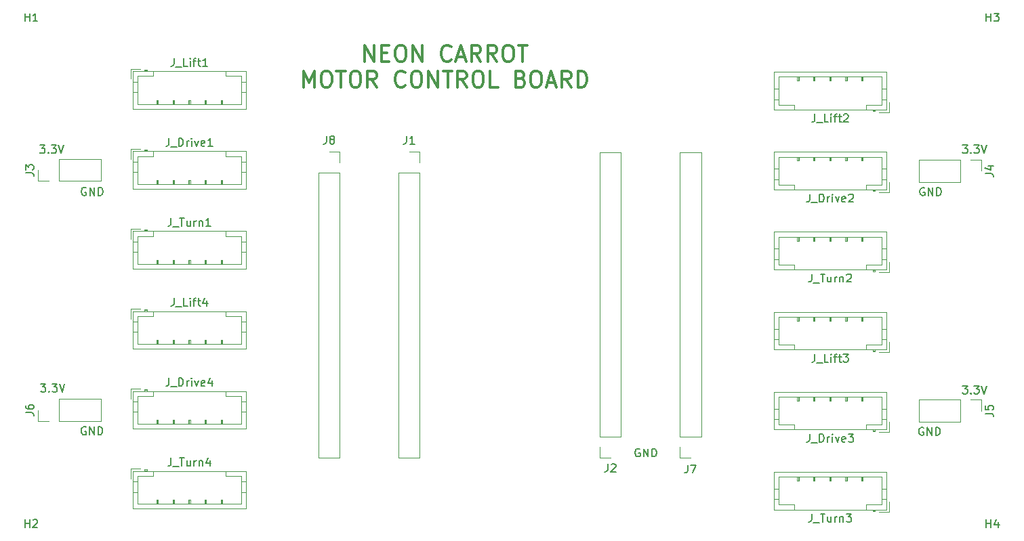
<source format=gbr>
%TF.GenerationSoftware,KiCad,Pcbnew,9.0.7*%
%TF.CreationDate,2026-02-06T13:42:45-05:00*%
%TF.ProjectId,ESP_Breakout,4553505f-4272-4656-916b-6f75742e6b69,rev?*%
%TF.SameCoordinates,Original*%
%TF.FileFunction,Legend,Top*%
%TF.FilePolarity,Positive*%
%FSLAX46Y46*%
G04 Gerber Fmt 4.6, Leading zero omitted, Abs format (unit mm)*
G04 Created by KiCad (PCBNEW 9.0.7) date 2026-02-06 13:42:45*
%MOMM*%
%LPD*%
G01*
G04 APERTURE LIST*
%ADD10C,0.200000*%
%ADD11C,0.300000*%
%ADD12C,0.150000*%
%ADD13C,0.120000*%
G04 APERTURE END LIST*
D10*
X208103482Y-96564838D02*
X208008244Y-96517219D01*
X208008244Y-96517219D02*
X207865387Y-96517219D01*
X207865387Y-96517219D02*
X207722530Y-96564838D01*
X207722530Y-96564838D02*
X207627292Y-96660076D01*
X207627292Y-96660076D02*
X207579673Y-96755314D01*
X207579673Y-96755314D02*
X207532054Y-96945790D01*
X207532054Y-96945790D02*
X207532054Y-97088647D01*
X207532054Y-97088647D02*
X207579673Y-97279123D01*
X207579673Y-97279123D02*
X207627292Y-97374361D01*
X207627292Y-97374361D02*
X207722530Y-97469600D01*
X207722530Y-97469600D02*
X207865387Y-97517219D01*
X207865387Y-97517219D02*
X207960625Y-97517219D01*
X207960625Y-97517219D02*
X208103482Y-97469600D01*
X208103482Y-97469600D02*
X208151101Y-97421980D01*
X208151101Y-97421980D02*
X208151101Y-97088647D01*
X208151101Y-97088647D02*
X207960625Y-97088647D01*
X208579673Y-97517219D02*
X208579673Y-96517219D01*
X208579673Y-96517219D02*
X209151101Y-97517219D01*
X209151101Y-97517219D02*
X209151101Y-96517219D01*
X209627292Y-97517219D02*
X209627292Y-96517219D01*
X209627292Y-96517219D02*
X209865387Y-96517219D01*
X209865387Y-96517219D02*
X210008244Y-96564838D01*
X210008244Y-96564838D02*
X210103482Y-96660076D01*
X210103482Y-96660076D02*
X210151101Y-96755314D01*
X210151101Y-96755314D02*
X210198720Y-96945790D01*
X210198720Y-96945790D02*
X210198720Y-97088647D01*
X210198720Y-97088647D02*
X210151101Y-97279123D01*
X210151101Y-97279123D02*
X210103482Y-97374361D01*
X210103482Y-97374361D02*
X210008244Y-97469600D01*
X210008244Y-97469600D02*
X209865387Y-97517219D01*
X209865387Y-97517219D02*
X209627292Y-97517219D01*
X103463482Y-96504838D02*
X103368244Y-96457219D01*
X103368244Y-96457219D02*
X103225387Y-96457219D01*
X103225387Y-96457219D02*
X103082530Y-96504838D01*
X103082530Y-96504838D02*
X102987292Y-96600076D01*
X102987292Y-96600076D02*
X102939673Y-96695314D01*
X102939673Y-96695314D02*
X102892054Y-96885790D01*
X102892054Y-96885790D02*
X102892054Y-97028647D01*
X102892054Y-97028647D02*
X102939673Y-97219123D01*
X102939673Y-97219123D02*
X102987292Y-97314361D01*
X102987292Y-97314361D02*
X103082530Y-97409600D01*
X103082530Y-97409600D02*
X103225387Y-97457219D01*
X103225387Y-97457219D02*
X103320625Y-97457219D01*
X103320625Y-97457219D02*
X103463482Y-97409600D01*
X103463482Y-97409600D02*
X103511101Y-97361980D01*
X103511101Y-97361980D02*
X103511101Y-97028647D01*
X103511101Y-97028647D02*
X103320625Y-97028647D01*
X103939673Y-97457219D02*
X103939673Y-96457219D01*
X103939673Y-96457219D02*
X104511101Y-97457219D01*
X104511101Y-97457219D02*
X104511101Y-96457219D01*
X104987292Y-97457219D02*
X104987292Y-96457219D01*
X104987292Y-96457219D02*
X105225387Y-96457219D01*
X105225387Y-96457219D02*
X105368244Y-96504838D01*
X105368244Y-96504838D02*
X105463482Y-96600076D01*
X105463482Y-96600076D02*
X105511101Y-96695314D01*
X105511101Y-96695314D02*
X105558720Y-96885790D01*
X105558720Y-96885790D02*
X105558720Y-97028647D01*
X105558720Y-97028647D02*
X105511101Y-97219123D01*
X105511101Y-97219123D02*
X105463482Y-97314361D01*
X105463482Y-97314361D02*
X105368244Y-97409600D01*
X105368244Y-97409600D02*
X105225387Y-97457219D01*
X105225387Y-97457219D02*
X104987292Y-97457219D01*
D11*
X138329999Y-50769750D02*
X138329999Y-48769750D01*
X138329999Y-48769750D02*
X139472856Y-50769750D01*
X139472856Y-50769750D02*
X139472856Y-48769750D01*
X140425237Y-49722131D02*
X141091904Y-49722131D01*
X141377618Y-50769750D02*
X140425237Y-50769750D01*
X140425237Y-50769750D02*
X140425237Y-48769750D01*
X140425237Y-48769750D02*
X141377618Y-48769750D01*
X142615713Y-48769750D02*
X142996666Y-48769750D01*
X142996666Y-48769750D02*
X143187142Y-48864988D01*
X143187142Y-48864988D02*
X143377618Y-49055464D01*
X143377618Y-49055464D02*
X143472856Y-49436416D01*
X143472856Y-49436416D02*
X143472856Y-50103083D01*
X143472856Y-50103083D02*
X143377618Y-50484035D01*
X143377618Y-50484035D02*
X143187142Y-50674512D01*
X143187142Y-50674512D02*
X142996666Y-50769750D01*
X142996666Y-50769750D02*
X142615713Y-50769750D01*
X142615713Y-50769750D02*
X142425237Y-50674512D01*
X142425237Y-50674512D02*
X142234761Y-50484035D01*
X142234761Y-50484035D02*
X142139523Y-50103083D01*
X142139523Y-50103083D02*
X142139523Y-49436416D01*
X142139523Y-49436416D02*
X142234761Y-49055464D01*
X142234761Y-49055464D02*
X142425237Y-48864988D01*
X142425237Y-48864988D02*
X142615713Y-48769750D01*
X144329999Y-50769750D02*
X144329999Y-48769750D01*
X144329999Y-48769750D02*
X145472856Y-50769750D01*
X145472856Y-50769750D02*
X145472856Y-48769750D01*
X149091904Y-50579273D02*
X148996666Y-50674512D01*
X148996666Y-50674512D02*
X148710952Y-50769750D01*
X148710952Y-50769750D02*
X148520476Y-50769750D01*
X148520476Y-50769750D02*
X148234761Y-50674512D01*
X148234761Y-50674512D02*
X148044285Y-50484035D01*
X148044285Y-50484035D02*
X147949047Y-50293559D01*
X147949047Y-50293559D02*
X147853809Y-49912607D01*
X147853809Y-49912607D02*
X147853809Y-49626892D01*
X147853809Y-49626892D02*
X147949047Y-49245940D01*
X147949047Y-49245940D02*
X148044285Y-49055464D01*
X148044285Y-49055464D02*
X148234761Y-48864988D01*
X148234761Y-48864988D02*
X148520476Y-48769750D01*
X148520476Y-48769750D02*
X148710952Y-48769750D01*
X148710952Y-48769750D02*
X148996666Y-48864988D01*
X148996666Y-48864988D02*
X149091904Y-48960226D01*
X149853809Y-50198321D02*
X150806190Y-50198321D01*
X149663333Y-50769750D02*
X150329999Y-48769750D01*
X150329999Y-48769750D02*
X150996666Y-50769750D01*
X152806190Y-50769750D02*
X152139523Y-49817369D01*
X151663333Y-50769750D02*
X151663333Y-48769750D01*
X151663333Y-48769750D02*
X152425238Y-48769750D01*
X152425238Y-48769750D02*
X152615714Y-48864988D01*
X152615714Y-48864988D02*
X152710952Y-48960226D01*
X152710952Y-48960226D02*
X152806190Y-49150702D01*
X152806190Y-49150702D02*
X152806190Y-49436416D01*
X152806190Y-49436416D02*
X152710952Y-49626892D01*
X152710952Y-49626892D02*
X152615714Y-49722131D01*
X152615714Y-49722131D02*
X152425238Y-49817369D01*
X152425238Y-49817369D02*
X151663333Y-49817369D01*
X154806190Y-50769750D02*
X154139523Y-49817369D01*
X153663333Y-50769750D02*
X153663333Y-48769750D01*
X153663333Y-48769750D02*
X154425238Y-48769750D01*
X154425238Y-48769750D02*
X154615714Y-48864988D01*
X154615714Y-48864988D02*
X154710952Y-48960226D01*
X154710952Y-48960226D02*
X154806190Y-49150702D01*
X154806190Y-49150702D02*
X154806190Y-49436416D01*
X154806190Y-49436416D02*
X154710952Y-49626892D01*
X154710952Y-49626892D02*
X154615714Y-49722131D01*
X154615714Y-49722131D02*
X154425238Y-49817369D01*
X154425238Y-49817369D02*
X153663333Y-49817369D01*
X156044285Y-48769750D02*
X156425238Y-48769750D01*
X156425238Y-48769750D02*
X156615714Y-48864988D01*
X156615714Y-48864988D02*
X156806190Y-49055464D01*
X156806190Y-49055464D02*
X156901428Y-49436416D01*
X156901428Y-49436416D02*
X156901428Y-50103083D01*
X156901428Y-50103083D02*
X156806190Y-50484035D01*
X156806190Y-50484035D02*
X156615714Y-50674512D01*
X156615714Y-50674512D02*
X156425238Y-50769750D01*
X156425238Y-50769750D02*
X156044285Y-50769750D01*
X156044285Y-50769750D02*
X155853809Y-50674512D01*
X155853809Y-50674512D02*
X155663333Y-50484035D01*
X155663333Y-50484035D02*
X155568095Y-50103083D01*
X155568095Y-50103083D02*
X155568095Y-49436416D01*
X155568095Y-49436416D02*
X155663333Y-49055464D01*
X155663333Y-49055464D02*
X155853809Y-48864988D01*
X155853809Y-48864988D02*
X156044285Y-48769750D01*
X157472857Y-48769750D02*
X158615714Y-48769750D01*
X158044285Y-50769750D02*
X158044285Y-48769750D01*
X130663332Y-53989638D02*
X130663332Y-51989638D01*
X130663332Y-51989638D02*
X131329999Y-53418209D01*
X131329999Y-53418209D02*
X131996665Y-51989638D01*
X131996665Y-51989638D02*
X131996665Y-53989638D01*
X133329998Y-51989638D02*
X133710951Y-51989638D01*
X133710951Y-51989638D02*
X133901427Y-52084876D01*
X133901427Y-52084876D02*
X134091903Y-52275352D01*
X134091903Y-52275352D02*
X134187141Y-52656304D01*
X134187141Y-52656304D02*
X134187141Y-53322971D01*
X134187141Y-53322971D02*
X134091903Y-53703923D01*
X134091903Y-53703923D02*
X133901427Y-53894400D01*
X133901427Y-53894400D02*
X133710951Y-53989638D01*
X133710951Y-53989638D02*
X133329998Y-53989638D01*
X133329998Y-53989638D02*
X133139522Y-53894400D01*
X133139522Y-53894400D02*
X132949046Y-53703923D01*
X132949046Y-53703923D02*
X132853808Y-53322971D01*
X132853808Y-53322971D02*
X132853808Y-52656304D01*
X132853808Y-52656304D02*
X132949046Y-52275352D01*
X132949046Y-52275352D02*
X133139522Y-52084876D01*
X133139522Y-52084876D02*
X133329998Y-51989638D01*
X134758570Y-51989638D02*
X135901427Y-51989638D01*
X135329998Y-53989638D02*
X135329998Y-51989638D01*
X136949046Y-51989638D02*
X137329999Y-51989638D01*
X137329999Y-51989638D02*
X137520475Y-52084876D01*
X137520475Y-52084876D02*
X137710951Y-52275352D01*
X137710951Y-52275352D02*
X137806189Y-52656304D01*
X137806189Y-52656304D02*
X137806189Y-53322971D01*
X137806189Y-53322971D02*
X137710951Y-53703923D01*
X137710951Y-53703923D02*
X137520475Y-53894400D01*
X137520475Y-53894400D02*
X137329999Y-53989638D01*
X137329999Y-53989638D02*
X136949046Y-53989638D01*
X136949046Y-53989638D02*
X136758570Y-53894400D01*
X136758570Y-53894400D02*
X136568094Y-53703923D01*
X136568094Y-53703923D02*
X136472856Y-53322971D01*
X136472856Y-53322971D02*
X136472856Y-52656304D01*
X136472856Y-52656304D02*
X136568094Y-52275352D01*
X136568094Y-52275352D02*
X136758570Y-52084876D01*
X136758570Y-52084876D02*
X136949046Y-51989638D01*
X139806189Y-53989638D02*
X139139522Y-53037257D01*
X138663332Y-53989638D02*
X138663332Y-51989638D01*
X138663332Y-51989638D02*
X139425237Y-51989638D01*
X139425237Y-51989638D02*
X139615713Y-52084876D01*
X139615713Y-52084876D02*
X139710951Y-52180114D01*
X139710951Y-52180114D02*
X139806189Y-52370590D01*
X139806189Y-52370590D02*
X139806189Y-52656304D01*
X139806189Y-52656304D02*
X139710951Y-52846780D01*
X139710951Y-52846780D02*
X139615713Y-52942019D01*
X139615713Y-52942019D02*
X139425237Y-53037257D01*
X139425237Y-53037257D02*
X138663332Y-53037257D01*
X143329999Y-53799161D02*
X143234761Y-53894400D01*
X143234761Y-53894400D02*
X142949047Y-53989638D01*
X142949047Y-53989638D02*
X142758571Y-53989638D01*
X142758571Y-53989638D02*
X142472856Y-53894400D01*
X142472856Y-53894400D02*
X142282380Y-53703923D01*
X142282380Y-53703923D02*
X142187142Y-53513447D01*
X142187142Y-53513447D02*
X142091904Y-53132495D01*
X142091904Y-53132495D02*
X142091904Y-52846780D01*
X142091904Y-52846780D02*
X142187142Y-52465828D01*
X142187142Y-52465828D02*
X142282380Y-52275352D01*
X142282380Y-52275352D02*
X142472856Y-52084876D01*
X142472856Y-52084876D02*
X142758571Y-51989638D01*
X142758571Y-51989638D02*
X142949047Y-51989638D01*
X142949047Y-51989638D02*
X143234761Y-52084876D01*
X143234761Y-52084876D02*
X143329999Y-52180114D01*
X144568094Y-51989638D02*
X144949047Y-51989638D01*
X144949047Y-51989638D02*
X145139523Y-52084876D01*
X145139523Y-52084876D02*
X145329999Y-52275352D01*
X145329999Y-52275352D02*
X145425237Y-52656304D01*
X145425237Y-52656304D02*
X145425237Y-53322971D01*
X145425237Y-53322971D02*
X145329999Y-53703923D01*
X145329999Y-53703923D02*
X145139523Y-53894400D01*
X145139523Y-53894400D02*
X144949047Y-53989638D01*
X144949047Y-53989638D02*
X144568094Y-53989638D01*
X144568094Y-53989638D02*
X144377618Y-53894400D01*
X144377618Y-53894400D02*
X144187142Y-53703923D01*
X144187142Y-53703923D02*
X144091904Y-53322971D01*
X144091904Y-53322971D02*
X144091904Y-52656304D01*
X144091904Y-52656304D02*
X144187142Y-52275352D01*
X144187142Y-52275352D02*
X144377618Y-52084876D01*
X144377618Y-52084876D02*
X144568094Y-51989638D01*
X146282380Y-53989638D02*
X146282380Y-51989638D01*
X146282380Y-51989638D02*
X147425237Y-53989638D01*
X147425237Y-53989638D02*
X147425237Y-51989638D01*
X148091904Y-51989638D02*
X149234761Y-51989638D01*
X148663332Y-53989638D02*
X148663332Y-51989638D01*
X151044285Y-53989638D02*
X150377618Y-53037257D01*
X149901428Y-53989638D02*
X149901428Y-51989638D01*
X149901428Y-51989638D02*
X150663333Y-51989638D01*
X150663333Y-51989638D02*
X150853809Y-52084876D01*
X150853809Y-52084876D02*
X150949047Y-52180114D01*
X150949047Y-52180114D02*
X151044285Y-52370590D01*
X151044285Y-52370590D02*
X151044285Y-52656304D01*
X151044285Y-52656304D02*
X150949047Y-52846780D01*
X150949047Y-52846780D02*
X150853809Y-52942019D01*
X150853809Y-52942019D02*
X150663333Y-53037257D01*
X150663333Y-53037257D02*
X149901428Y-53037257D01*
X152282380Y-51989638D02*
X152663333Y-51989638D01*
X152663333Y-51989638D02*
X152853809Y-52084876D01*
X152853809Y-52084876D02*
X153044285Y-52275352D01*
X153044285Y-52275352D02*
X153139523Y-52656304D01*
X153139523Y-52656304D02*
X153139523Y-53322971D01*
X153139523Y-53322971D02*
X153044285Y-53703923D01*
X153044285Y-53703923D02*
X152853809Y-53894400D01*
X152853809Y-53894400D02*
X152663333Y-53989638D01*
X152663333Y-53989638D02*
X152282380Y-53989638D01*
X152282380Y-53989638D02*
X152091904Y-53894400D01*
X152091904Y-53894400D02*
X151901428Y-53703923D01*
X151901428Y-53703923D02*
X151806190Y-53322971D01*
X151806190Y-53322971D02*
X151806190Y-52656304D01*
X151806190Y-52656304D02*
X151901428Y-52275352D01*
X151901428Y-52275352D02*
X152091904Y-52084876D01*
X152091904Y-52084876D02*
X152282380Y-51989638D01*
X154949047Y-53989638D02*
X153996666Y-53989638D01*
X153996666Y-53989638D02*
X153996666Y-51989638D01*
X157806191Y-52942019D02*
X158091905Y-53037257D01*
X158091905Y-53037257D02*
X158187143Y-53132495D01*
X158187143Y-53132495D02*
X158282381Y-53322971D01*
X158282381Y-53322971D02*
X158282381Y-53608685D01*
X158282381Y-53608685D02*
X158187143Y-53799161D01*
X158187143Y-53799161D02*
X158091905Y-53894400D01*
X158091905Y-53894400D02*
X157901429Y-53989638D01*
X157901429Y-53989638D02*
X157139524Y-53989638D01*
X157139524Y-53989638D02*
X157139524Y-51989638D01*
X157139524Y-51989638D02*
X157806191Y-51989638D01*
X157806191Y-51989638D02*
X157996667Y-52084876D01*
X157996667Y-52084876D02*
X158091905Y-52180114D01*
X158091905Y-52180114D02*
X158187143Y-52370590D01*
X158187143Y-52370590D02*
X158187143Y-52561066D01*
X158187143Y-52561066D02*
X158091905Y-52751542D01*
X158091905Y-52751542D02*
X157996667Y-52846780D01*
X157996667Y-52846780D02*
X157806191Y-52942019D01*
X157806191Y-52942019D02*
X157139524Y-52942019D01*
X159520476Y-51989638D02*
X159901429Y-51989638D01*
X159901429Y-51989638D02*
X160091905Y-52084876D01*
X160091905Y-52084876D02*
X160282381Y-52275352D01*
X160282381Y-52275352D02*
X160377619Y-52656304D01*
X160377619Y-52656304D02*
X160377619Y-53322971D01*
X160377619Y-53322971D02*
X160282381Y-53703923D01*
X160282381Y-53703923D02*
X160091905Y-53894400D01*
X160091905Y-53894400D02*
X159901429Y-53989638D01*
X159901429Y-53989638D02*
X159520476Y-53989638D01*
X159520476Y-53989638D02*
X159330000Y-53894400D01*
X159330000Y-53894400D02*
X159139524Y-53703923D01*
X159139524Y-53703923D02*
X159044286Y-53322971D01*
X159044286Y-53322971D02*
X159044286Y-52656304D01*
X159044286Y-52656304D02*
X159139524Y-52275352D01*
X159139524Y-52275352D02*
X159330000Y-52084876D01*
X159330000Y-52084876D02*
X159520476Y-51989638D01*
X161139524Y-53418209D02*
X162091905Y-53418209D01*
X160949048Y-53989638D02*
X161615714Y-51989638D01*
X161615714Y-51989638D02*
X162282381Y-53989638D01*
X164091905Y-53989638D02*
X163425238Y-53037257D01*
X162949048Y-53989638D02*
X162949048Y-51989638D01*
X162949048Y-51989638D02*
X163710953Y-51989638D01*
X163710953Y-51989638D02*
X163901429Y-52084876D01*
X163901429Y-52084876D02*
X163996667Y-52180114D01*
X163996667Y-52180114D02*
X164091905Y-52370590D01*
X164091905Y-52370590D02*
X164091905Y-52656304D01*
X164091905Y-52656304D02*
X163996667Y-52846780D01*
X163996667Y-52846780D02*
X163901429Y-52942019D01*
X163901429Y-52942019D02*
X163710953Y-53037257D01*
X163710953Y-53037257D02*
X162949048Y-53037257D01*
X164949048Y-53989638D02*
X164949048Y-51989638D01*
X164949048Y-51989638D02*
X165425238Y-51989638D01*
X165425238Y-51989638D02*
X165710953Y-52084876D01*
X165710953Y-52084876D02*
X165901429Y-52275352D01*
X165901429Y-52275352D02*
X165996667Y-52465828D01*
X165996667Y-52465828D02*
X166091905Y-52846780D01*
X166091905Y-52846780D02*
X166091905Y-53132495D01*
X166091905Y-53132495D02*
X165996667Y-53513447D01*
X165996667Y-53513447D02*
X165901429Y-53703923D01*
X165901429Y-53703923D02*
X165710953Y-53894400D01*
X165710953Y-53894400D02*
X165425238Y-53989638D01*
X165425238Y-53989638D02*
X164949048Y-53989638D01*
D10*
X212994435Y-61237219D02*
X213613482Y-61237219D01*
X213613482Y-61237219D02*
X213280149Y-61618171D01*
X213280149Y-61618171D02*
X213423006Y-61618171D01*
X213423006Y-61618171D02*
X213518244Y-61665790D01*
X213518244Y-61665790D02*
X213565863Y-61713409D01*
X213565863Y-61713409D02*
X213613482Y-61808647D01*
X213613482Y-61808647D02*
X213613482Y-62046742D01*
X213613482Y-62046742D02*
X213565863Y-62141980D01*
X213565863Y-62141980D02*
X213518244Y-62189600D01*
X213518244Y-62189600D02*
X213423006Y-62237219D01*
X213423006Y-62237219D02*
X213137292Y-62237219D01*
X213137292Y-62237219D02*
X213042054Y-62189600D01*
X213042054Y-62189600D02*
X212994435Y-62141980D01*
X214042054Y-62141980D02*
X214089673Y-62189600D01*
X214089673Y-62189600D02*
X214042054Y-62237219D01*
X214042054Y-62237219D02*
X213994435Y-62189600D01*
X213994435Y-62189600D02*
X214042054Y-62141980D01*
X214042054Y-62141980D02*
X214042054Y-62237219D01*
X214423006Y-61237219D02*
X215042053Y-61237219D01*
X215042053Y-61237219D02*
X214708720Y-61618171D01*
X214708720Y-61618171D02*
X214851577Y-61618171D01*
X214851577Y-61618171D02*
X214946815Y-61665790D01*
X214946815Y-61665790D02*
X214994434Y-61713409D01*
X214994434Y-61713409D02*
X215042053Y-61808647D01*
X215042053Y-61808647D02*
X215042053Y-62046742D01*
X215042053Y-62046742D02*
X214994434Y-62141980D01*
X214994434Y-62141980D02*
X214946815Y-62189600D01*
X214946815Y-62189600D02*
X214851577Y-62237219D01*
X214851577Y-62237219D02*
X214565863Y-62237219D01*
X214565863Y-62237219D02*
X214470625Y-62189600D01*
X214470625Y-62189600D02*
X214423006Y-62141980D01*
X215327768Y-61237219D02*
X215661101Y-62237219D01*
X215661101Y-62237219D02*
X215994434Y-61237219D01*
X97824435Y-91087219D02*
X98443482Y-91087219D01*
X98443482Y-91087219D02*
X98110149Y-91468171D01*
X98110149Y-91468171D02*
X98253006Y-91468171D01*
X98253006Y-91468171D02*
X98348244Y-91515790D01*
X98348244Y-91515790D02*
X98395863Y-91563409D01*
X98395863Y-91563409D02*
X98443482Y-91658647D01*
X98443482Y-91658647D02*
X98443482Y-91896742D01*
X98443482Y-91896742D02*
X98395863Y-91991980D01*
X98395863Y-91991980D02*
X98348244Y-92039600D01*
X98348244Y-92039600D02*
X98253006Y-92087219D01*
X98253006Y-92087219D02*
X97967292Y-92087219D01*
X97967292Y-92087219D02*
X97872054Y-92039600D01*
X97872054Y-92039600D02*
X97824435Y-91991980D01*
X98872054Y-91991980D02*
X98919673Y-92039600D01*
X98919673Y-92039600D02*
X98872054Y-92087219D01*
X98872054Y-92087219D02*
X98824435Y-92039600D01*
X98824435Y-92039600D02*
X98872054Y-91991980D01*
X98872054Y-91991980D02*
X98872054Y-92087219D01*
X99253006Y-91087219D02*
X99872053Y-91087219D01*
X99872053Y-91087219D02*
X99538720Y-91468171D01*
X99538720Y-91468171D02*
X99681577Y-91468171D01*
X99681577Y-91468171D02*
X99776815Y-91515790D01*
X99776815Y-91515790D02*
X99824434Y-91563409D01*
X99824434Y-91563409D02*
X99872053Y-91658647D01*
X99872053Y-91658647D02*
X99872053Y-91896742D01*
X99872053Y-91896742D02*
X99824434Y-91991980D01*
X99824434Y-91991980D02*
X99776815Y-92039600D01*
X99776815Y-92039600D02*
X99681577Y-92087219D01*
X99681577Y-92087219D02*
X99395863Y-92087219D01*
X99395863Y-92087219D02*
X99300625Y-92039600D01*
X99300625Y-92039600D02*
X99253006Y-91991980D01*
X100157768Y-91087219D02*
X100491101Y-92087219D01*
X100491101Y-92087219D02*
X100824434Y-91087219D01*
X97724435Y-61247219D02*
X98343482Y-61247219D01*
X98343482Y-61247219D02*
X98010149Y-61628171D01*
X98010149Y-61628171D02*
X98153006Y-61628171D01*
X98153006Y-61628171D02*
X98248244Y-61675790D01*
X98248244Y-61675790D02*
X98295863Y-61723409D01*
X98295863Y-61723409D02*
X98343482Y-61818647D01*
X98343482Y-61818647D02*
X98343482Y-62056742D01*
X98343482Y-62056742D02*
X98295863Y-62151980D01*
X98295863Y-62151980D02*
X98248244Y-62199600D01*
X98248244Y-62199600D02*
X98153006Y-62247219D01*
X98153006Y-62247219D02*
X97867292Y-62247219D01*
X97867292Y-62247219D02*
X97772054Y-62199600D01*
X97772054Y-62199600D02*
X97724435Y-62151980D01*
X98772054Y-62151980D02*
X98819673Y-62199600D01*
X98819673Y-62199600D02*
X98772054Y-62247219D01*
X98772054Y-62247219D02*
X98724435Y-62199600D01*
X98724435Y-62199600D02*
X98772054Y-62151980D01*
X98772054Y-62151980D02*
X98772054Y-62247219D01*
X99153006Y-61247219D02*
X99772053Y-61247219D01*
X99772053Y-61247219D02*
X99438720Y-61628171D01*
X99438720Y-61628171D02*
X99581577Y-61628171D01*
X99581577Y-61628171D02*
X99676815Y-61675790D01*
X99676815Y-61675790D02*
X99724434Y-61723409D01*
X99724434Y-61723409D02*
X99772053Y-61818647D01*
X99772053Y-61818647D02*
X99772053Y-62056742D01*
X99772053Y-62056742D02*
X99724434Y-62151980D01*
X99724434Y-62151980D02*
X99676815Y-62199600D01*
X99676815Y-62199600D02*
X99581577Y-62247219D01*
X99581577Y-62247219D02*
X99295863Y-62247219D01*
X99295863Y-62247219D02*
X99200625Y-62199600D01*
X99200625Y-62199600D02*
X99153006Y-62151980D01*
X100057768Y-61247219D02*
X100391101Y-62247219D01*
X100391101Y-62247219D02*
X100724434Y-61247219D01*
X172663482Y-99244838D02*
X172568244Y-99197219D01*
X172568244Y-99197219D02*
X172425387Y-99197219D01*
X172425387Y-99197219D02*
X172282530Y-99244838D01*
X172282530Y-99244838D02*
X172187292Y-99340076D01*
X172187292Y-99340076D02*
X172139673Y-99435314D01*
X172139673Y-99435314D02*
X172092054Y-99625790D01*
X172092054Y-99625790D02*
X172092054Y-99768647D01*
X172092054Y-99768647D02*
X172139673Y-99959123D01*
X172139673Y-99959123D02*
X172187292Y-100054361D01*
X172187292Y-100054361D02*
X172282530Y-100149600D01*
X172282530Y-100149600D02*
X172425387Y-100197219D01*
X172425387Y-100197219D02*
X172520625Y-100197219D01*
X172520625Y-100197219D02*
X172663482Y-100149600D01*
X172663482Y-100149600D02*
X172711101Y-100101980D01*
X172711101Y-100101980D02*
X172711101Y-99768647D01*
X172711101Y-99768647D02*
X172520625Y-99768647D01*
X173139673Y-100197219D02*
X173139673Y-99197219D01*
X173139673Y-99197219D02*
X173711101Y-100197219D01*
X173711101Y-100197219D02*
X173711101Y-99197219D01*
X174187292Y-100197219D02*
X174187292Y-99197219D01*
X174187292Y-99197219D02*
X174425387Y-99197219D01*
X174425387Y-99197219D02*
X174568244Y-99244838D01*
X174568244Y-99244838D02*
X174663482Y-99340076D01*
X174663482Y-99340076D02*
X174711101Y-99435314D01*
X174711101Y-99435314D02*
X174758720Y-99625790D01*
X174758720Y-99625790D02*
X174758720Y-99768647D01*
X174758720Y-99768647D02*
X174711101Y-99959123D01*
X174711101Y-99959123D02*
X174663482Y-100054361D01*
X174663482Y-100054361D02*
X174568244Y-100149600D01*
X174568244Y-100149600D02*
X174425387Y-100197219D01*
X174425387Y-100197219D02*
X174187292Y-100197219D01*
X212994435Y-91327219D02*
X213613482Y-91327219D01*
X213613482Y-91327219D02*
X213280149Y-91708171D01*
X213280149Y-91708171D02*
X213423006Y-91708171D01*
X213423006Y-91708171D02*
X213518244Y-91755790D01*
X213518244Y-91755790D02*
X213565863Y-91803409D01*
X213565863Y-91803409D02*
X213613482Y-91898647D01*
X213613482Y-91898647D02*
X213613482Y-92136742D01*
X213613482Y-92136742D02*
X213565863Y-92231980D01*
X213565863Y-92231980D02*
X213518244Y-92279600D01*
X213518244Y-92279600D02*
X213423006Y-92327219D01*
X213423006Y-92327219D02*
X213137292Y-92327219D01*
X213137292Y-92327219D02*
X213042054Y-92279600D01*
X213042054Y-92279600D02*
X212994435Y-92231980D01*
X214042054Y-92231980D02*
X214089673Y-92279600D01*
X214089673Y-92279600D02*
X214042054Y-92327219D01*
X214042054Y-92327219D02*
X213994435Y-92279600D01*
X213994435Y-92279600D02*
X214042054Y-92231980D01*
X214042054Y-92231980D02*
X214042054Y-92327219D01*
X214423006Y-91327219D02*
X215042053Y-91327219D01*
X215042053Y-91327219D02*
X214708720Y-91708171D01*
X214708720Y-91708171D02*
X214851577Y-91708171D01*
X214851577Y-91708171D02*
X214946815Y-91755790D01*
X214946815Y-91755790D02*
X214994434Y-91803409D01*
X214994434Y-91803409D02*
X215042053Y-91898647D01*
X215042053Y-91898647D02*
X215042053Y-92136742D01*
X215042053Y-92136742D02*
X214994434Y-92231980D01*
X214994434Y-92231980D02*
X214946815Y-92279600D01*
X214946815Y-92279600D02*
X214851577Y-92327219D01*
X214851577Y-92327219D02*
X214565863Y-92327219D01*
X214565863Y-92327219D02*
X214470625Y-92279600D01*
X214470625Y-92279600D02*
X214423006Y-92231980D01*
X215327768Y-91327219D02*
X215661101Y-92327219D01*
X215661101Y-92327219D02*
X215994434Y-91327219D01*
X103483482Y-66574838D02*
X103388244Y-66527219D01*
X103388244Y-66527219D02*
X103245387Y-66527219D01*
X103245387Y-66527219D02*
X103102530Y-66574838D01*
X103102530Y-66574838D02*
X103007292Y-66670076D01*
X103007292Y-66670076D02*
X102959673Y-66765314D01*
X102959673Y-66765314D02*
X102912054Y-66955790D01*
X102912054Y-66955790D02*
X102912054Y-67098647D01*
X102912054Y-67098647D02*
X102959673Y-67289123D01*
X102959673Y-67289123D02*
X103007292Y-67384361D01*
X103007292Y-67384361D02*
X103102530Y-67479600D01*
X103102530Y-67479600D02*
X103245387Y-67527219D01*
X103245387Y-67527219D02*
X103340625Y-67527219D01*
X103340625Y-67527219D02*
X103483482Y-67479600D01*
X103483482Y-67479600D02*
X103531101Y-67431980D01*
X103531101Y-67431980D02*
X103531101Y-67098647D01*
X103531101Y-67098647D02*
X103340625Y-67098647D01*
X103959673Y-67527219D02*
X103959673Y-66527219D01*
X103959673Y-66527219D02*
X104531101Y-67527219D01*
X104531101Y-67527219D02*
X104531101Y-66527219D01*
X105007292Y-67527219D02*
X105007292Y-66527219D01*
X105007292Y-66527219D02*
X105245387Y-66527219D01*
X105245387Y-66527219D02*
X105388244Y-66574838D01*
X105388244Y-66574838D02*
X105483482Y-66670076D01*
X105483482Y-66670076D02*
X105531101Y-66765314D01*
X105531101Y-66765314D02*
X105578720Y-66955790D01*
X105578720Y-66955790D02*
X105578720Y-67098647D01*
X105578720Y-67098647D02*
X105531101Y-67289123D01*
X105531101Y-67289123D02*
X105483482Y-67384361D01*
X105483482Y-67384361D02*
X105388244Y-67479600D01*
X105388244Y-67479600D02*
X105245387Y-67527219D01*
X105245387Y-67527219D02*
X105007292Y-67527219D01*
X208233482Y-66594838D02*
X208138244Y-66547219D01*
X208138244Y-66547219D02*
X207995387Y-66547219D01*
X207995387Y-66547219D02*
X207852530Y-66594838D01*
X207852530Y-66594838D02*
X207757292Y-66690076D01*
X207757292Y-66690076D02*
X207709673Y-66785314D01*
X207709673Y-66785314D02*
X207662054Y-66975790D01*
X207662054Y-66975790D02*
X207662054Y-67118647D01*
X207662054Y-67118647D02*
X207709673Y-67309123D01*
X207709673Y-67309123D02*
X207757292Y-67404361D01*
X207757292Y-67404361D02*
X207852530Y-67499600D01*
X207852530Y-67499600D02*
X207995387Y-67547219D01*
X207995387Y-67547219D02*
X208090625Y-67547219D01*
X208090625Y-67547219D02*
X208233482Y-67499600D01*
X208233482Y-67499600D02*
X208281101Y-67451980D01*
X208281101Y-67451980D02*
X208281101Y-67118647D01*
X208281101Y-67118647D02*
X208090625Y-67118647D01*
X208709673Y-67547219D02*
X208709673Y-66547219D01*
X208709673Y-66547219D02*
X209281101Y-67547219D01*
X209281101Y-67547219D02*
X209281101Y-66547219D01*
X209757292Y-67547219D02*
X209757292Y-66547219D01*
X209757292Y-66547219D02*
X209995387Y-66547219D01*
X209995387Y-66547219D02*
X210138244Y-66594838D01*
X210138244Y-66594838D02*
X210233482Y-66690076D01*
X210233482Y-66690076D02*
X210281101Y-66785314D01*
X210281101Y-66785314D02*
X210328720Y-66975790D01*
X210328720Y-66975790D02*
X210328720Y-67118647D01*
X210328720Y-67118647D02*
X210281101Y-67309123D01*
X210281101Y-67309123D02*
X210233482Y-67404361D01*
X210233482Y-67404361D02*
X210138244Y-67499600D01*
X210138244Y-67499600D02*
X209995387Y-67547219D01*
X209995387Y-67547219D02*
X209757292Y-67547219D01*
D12*
X215824819Y-94783333D02*
X216539104Y-94783333D01*
X216539104Y-94783333D02*
X216681961Y-94830952D01*
X216681961Y-94830952D02*
X216777200Y-94926190D01*
X216777200Y-94926190D02*
X216824819Y-95069047D01*
X216824819Y-95069047D02*
X216824819Y-95164285D01*
X215824819Y-93830952D02*
X215824819Y-94307142D01*
X215824819Y-94307142D02*
X216301009Y-94354761D01*
X216301009Y-94354761D02*
X216253390Y-94307142D01*
X216253390Y-94307142D02*
X216205771Y-94211904D01*
X216205771Y-94211904D02*
X216205771Y-93973809D01*
X216205771Y-93973809D02*
X216253390Y-93878571D01*
X216253390Y-93878571D02*
X216301009Y-93830952D01*
X216301009Y-93830952D02*
X216396247Y-93783333D01*
X216396247Y-93783333D02*
X216634342Y-93783333D01*
X216634342Y-93783333D02*
X216729580Y-93830952D01*
X216729580Y-93830952D02*
X216777200Y-93878571D01*
X216777200Y-93878571D02*
X216824819Y-93973809D01*
X216824819Y-93973809D02*
X216824819Y-94211904D01*
X216824819Y-94211904D02*
X216777200Y-94307142D01*
X216777200Y-94307142D02*
X216729580Y-94354761D01*
X215963095Y-45754819D02*
X215963095Y-44754819D01*
X215963095Y-45231009D02*
X216534523Y-45231009D01*
X216534523Y-45754819D02*
X216534523Y-44754819D01*
X216915476Y-44754819D02*
X217534523Y-44754819D01*
X217534523Y-44754819D02*
X217201190Y-45135771D01*
X217201190Y-45135771D02*
X217344047Y-45135771D01*
X217344047Y-45135771D02*
X217439285Y-45183390D01*
X217439285Y-45183390D02*
X217486904Y-45231009D01*
X217486904Y-45231009D02*
X217534523Y-45326247D01*
X217534523Y-45326247D02*
X217534523Y-45564342D01*
X217534523Y-45564342D02*
X217486904Y-45659580D01*
X217486904Y-45659580D02*
X217439285Y-45707200D01*
X217439285Y-45707200D02*
X217344047Y-45754819D01*
X217344047Y-45754819D02*
X217058333Y-45754819D01*
X217058333Y-45754819D02*
X216963095Y-45707200D01*
X216963095Y-45707200D02*
X216915476Y-45659580D01*
X113828571Y-90364819D02*
X113828571Y-91079104D01*
X113828571Y-91079104D02*
X113780952Y-91221961D01*
X113780952Y-91221961D02*
X113685714Y-91317200D01*
X113685714Y-91317200D02*
X113542857Y-91364819D01*
X113542857Y-91364819D02*
X113447619Y-91364819D01*
X114066667Y-91460057D02*
X114828571Y-91460057D01*
X115066667Y-91364819D02*
X115066667Y-90364819D01*
X115066667Y-90364819D02*
X115304762Y-90364819D01*
X115304762Y-90364819D02*
X115447619Y-90412438D01*
X115447619Y-90412438D02*
X115542857Y-90507676D01*
X115542857Y-90507676D02*
X115590476Y-90602914D01*
X115590476Y-90602914D02*
X115638095Y-90793390D01*
X115638095Y-90793390D02*
X115638095Y-90936247D01*
X115638095Y-90936247D02*
X115590476Y-91126723D01*
X115590476Y-91126723D02*
X115542857Y-91221961D01*
X115542857Y-91221961D02*
X115447619Y-91317200D01*
X115447619Y-91317200D02*
X115304762Y-91364819D01*
X115304762Y-91364819D02*
X115066667Y-91364819D01*
X116066667Y-91364819D02*
X116066667Y-90698152D01*
X116066667Y-90888628D02*
X116114286Y-90793390D01*
X116114286Y-90793390D02*
X116161905Y-90745771D01*
X116161905Y-90745771D02*
X116257143Y-90698152D01*
X116257143Y-90698152D02*
X116352381Y-90698152D01*
X116685715Y-91364819D02*
X116685715Y-90698152D01*
X116685715Y-90364819D02*
X116638096Y-90412438D01*
X116638096Y-90412438D02*
X116685715Y-90460057D01*
X116685715Y-90460057D02*
X116733334Y-90412438D01*
X116733334Y-90412438D02*
X116685715Y-90364819D01*
X116685715Y-90364819D02*
X116685715Y-90460057D01*
X117066667Y-90698152D02*
X117304762Y-91364819D01*
X117304762Y-91364819D02*
X117542857Y-90698152D01*
X118304762Y-91317200D02*
X118209524Y-91364819D01*
X118209524Y-91364819D02*
X118019048Y-91364819D01*
X118019048Y-91364819D02*
X117923810Y-91317200D01*
X117923810Y-91317200D02*
X117876191Y-91221961D01*
X117876191Y-91221961D02*
X117876191Y-90841009D01*
X117876191Y-90841009D02*
X117923810Y-90745771D01*
X117923810Y-90745771D02*
X118019048Y-90698152D01*
X118019048Y-90698152D02*
X118209524Y-90698152D01*
X118209524Y-90698152D02*
X118304762Y-90745771D01*
X118304762Y-90745771D02*
X118352381Y-90841009D01*
X118352381Y-90841009D02*
X118352381Y-90936247D01*
X118352381Y-90936247D02*
X117876191Y-91031485D01*
X119209524Y-90698152D02*
X119209524Y-91364819D01*
X118971429Y-90317200D02*
X118733334Y-91031485D01*
X118733334Y-91031485D02*
X119352381Y-91031485D01*
X114090475Y-70364819D02*
X114090475Y-71079104D01*
X114090475Y-71079104D02*
X114042856Y-71221961D01*
X114042856Y-71221961D02*
X113947618Y-71317200D01*
X113947618Y-71317200D02*
X113804761Y-71364819D01*
X113804761Y-71364819D02*
X113709523Y-71364819D01*
X114328571Y-71460057D02*
X115090475Y-71460057D01*
X115185714Y-70364819D02*
X115757142Y-70364819D01*
X115471428Y-71364819D02*
X115471428Y-70364819D01*
X116519047Y-70698152D02*
X116519047Y-71364819D01*
X116090476Y-70698152D02*
X116090476Y-71221961D01*
X116090476Y-71221961D02*
X116138095Y-71317200D01*
X116138095Y-71317200D02*
X116233333Y-71364819D01*
X116233333Y-71364819D02*
X116376190Y-71364819D01*
X116376190Y-71364819D02*
X116471428Y-71317200D01*
X116471428Y-71317200D02*
X116519047Y-71269580D01*
X116995238Y-71364819D02*
X116995238Y-70698152D01*
X116995238Y-70888628D02*
X117042857Y-70793390D01*
X117042857Y-70793390D02*
X117090476Y-70745771D01*
X117090476Y-70745771D02*
X117185714Y-70698152D01*
X117185714Y-70698152D02*
X117280952Y-70698152D01*
X117614286Y-70698152D02*
X117614286Y-71364819D01*
X117614286Y-70793390D02*
X117661905Y-70745771D01*
X117661905Y-70745771D02*
X117757143Y-70698152D01*
X117757143Y-70698152D02*
X117900000Y-70698152D01*
X117900000Y-70698152D02*
X117995238Y-70745771D01*
X117995238Y-70745771D02*
X118042857Y-70841009D01*
X118042857Y-70841009D02*
X118042857Y-71364819D01*
X119042857Y-71364819D02*
X118471429Y-71364819D01*
X118757143Y-71364819D02*
X118757143Y-70364819D01*
X118757143Y-70364819D02*
X118661905Y-70507676D01*
X118661905Y-70507676D02*
X118566667Y-70602914D01*
X118566667Y-70602914D02*
X118471429Y-70650533D01*
X133516666Y-60094819D02*
X133516666Y-60809104D01*
X133516666Y-60809104D02*
X133469047Y-60951961D01*
X133469047Y-60951961D02*
X133373809Y-61047200D01*
X133373809Y-61047200D02*
X133230952Y-61094819D01*
X133230952Y-61094819D02*
X133135714Y-61094819D01*
X134135714Y-60523390D02*
X134040476Y-60475771D01*
X134040476Y-60475771D02*
X133992857Y-60428152D01*
X133992857Y-60428152D02*
X133945238Y-60332914D01*
X133945238Y-60332914D02*
X133945238Y-60285295D01*
X133945238Y-60285295D02*
X133992857Y-60190057D01*
X133992857Y-60190057D02*
X134040476Y-60142438D01*
X134040476Y-60142438D02*
X134135714Y-60094819D01*
X134135714Y-60094819D02*
X134326190Y-60094819D01*
X134326190Y-60094819D02*
X134421428Y-60142438D01*
X134421428Y-60142438D02*
X134469047Y-60190057D01*
X134469047Y-60190057D02*
X134516666Y-60285295D01*
X134516666Y-60285295D02*
X134516666Y-60332914D01*
X134516666Y-60332914D02*
X134469047Y-60428152D01*
X134469047Y-60428152D02*
X134421428Y-60475771D01*
X134421428Y-60475771D02*
X134326190Y-60523390D01*
X134326190Y-60523390D02*
X134135714Y-60523390D01*
X134135714Y-60523390D02*
X134040476Y-60571009D01*
X134040476Y-60571009D02*
X133992857Y-60618628D01*
X133992857Y-60618628D02*
X133945238Y-60713866D01*
X133945238Y-60713866D02*
X133945238Y-60904342D01*
X133945238Y-60904342D02*
X133992857Y-60999580D01*
X133992857Y-60999580D02*
X134040476Y-61047200D01*
X134040476Y-61047200D02*
X134135714Y-61094819D01*
X134135714Y-61094819D02*
X134326190Y-61094819D01*
X134326190Y-61094819D02*
X134421428Y-61047200D01*
X134421428Y-61047200D02*
X134469047Y-60999580D01*
X134469047Y-60999580D02*
X134516666Y-60904342D01*
X134516666Y-60904342D02*
X134516666Y-60713866D01*
X134516666Y-60713866D02*
X134469047Y-60618628D01*
X134469047Y-60618628D02*
X134421428Y-60571009D01*
X134421428Y-60571009D02*
X134326190Y-60523390D01*
X95863095Y-45754819D02*
X95863095Y-44754819D01*
X95863095Y-45231009D02*
X96434523Y-45231009D01*
X96434523Y-45754819D02*
X96434523Y-44754819D01*
X97434523Y-45754819D02*
X96863095Y-45754819D01*
X97148809Y-45754819D02*
X97148809Y-44754819D01*
X97148809Y-44754819D02*
X97053571Y-44897676D01*
X97053571Y-44897676D02*
X96958333Y-44992914D01*
X96958333Y-44992914D02*
X96863095Y-45040533D01*
X114471428Y-80364819D02*
X114471428Y-81079104D01*
X114471428Y-81079104D02*
X114423809Y-81221961D01*
X114423809Y-81221961D02*
X114328571Y-81317200D01*
X114328571Y-81317200D02*
X114185714Y-81364819D01*
X114185714Y-81364819D02*
X114090476Y-81364819D01*
X114709524Y-81460057D02*
X115471428Y-81460057D01*
X116185714Y-81364819D02*
X115709524Y-81364819D01*
X115709524Y-81364819D02*
X115709524Y-80364819D01*
X116519048Y-81364819D02*
X116519048Y-80698152D01*
X116519048Y-80364819D02*
X116471429Y-80412438D01*
X116471429Y-80412438D02*
X116519048Y-80460057D01*
X116519048Y-80460057D02*
X116566667Y-80412438D01*
X116566667Y-80412438D02*
X116519048Y-80364819D01*
X116519048Y-80364819D02*
X116519048Y-80460057D01*
X116852381Y-80698152D02*
X117233333Y-80698152D01*
X116995238Y-81364819D02*
X116995238Y-80507676D01*
X116995238Y-80507676D02*
X117042857Y-80412438D01*
X117042857Y-80412438D02*
X117138095Y-80364819D01*
X117138095Y-80364819D02*
X117233333Y-80364819D01*
X117423810Y-80698152D02*
X117804762Y-80698152D01*
X117566667Y-80364819D02*
X117566667Y-81221961D01*
X117566667Y-81221961D02*
X117614286Y-81317200D01*
X117614286Y-81317200D02*
X117709524Y-81364819D01*
X117709524Y-81364819D02*
X117804762Y-81364819D01*
X118566667Y-80698152D02*
X118566667Y-81364819D01*
X118328572Y-80317200D02*
X118090477Y-81031485D01*
X118090477Y-81031485D02*
X118709524Y-81031485D01*
X194140475Y-77354819D02*
X194140475Y-78069104D01*
X194140475Y-78069104D02*
X194092856Y-78211961D01*
X194092856Y-78211961D02*
X193997618Y-78307200D01*
X193997618Y-78307200D02*
X193854761Y-78354819D01*
X193854761Y-78354819D02*
X193759523Y-78354819D01*
X194378571Y-78450057D02*
X195140475Y-78450057D01*
X195235714Y-77354819D02*
X195807142Y-77354819D01*
X195521428Y-78354819D02*
X195521428Y-77354819D01*
X196569047Y-77688152D02*
X196569047Y-78354819D01*
X196140476Y-77688152D02*
X196140476Y-78211961D01*
X196140476Y-78211961D02*
X196188095Y-78307200D01*
X196188095Y-78307200D02*
X196283333Y-78354819D01*
X196283333Y-78354819D02*
X196426190Y-78354819D01*
X196426190Y-78354819D02*
X196521428Y-78307200D01*
X196521428Y-78307200D02*
X196569047Y-78259580D01*
X197045238Y-78354819D02*
X197045238Y-77688152D01*
X197045238Y-77878628D02*
X197092857Y-77783390D01*
X197092857Y-77783390D02*
X197140476Y-77735771D01*
X197140476Y-77735771D02*
X197235714Y-77688152D01*
X197235714Y-77688152D02*
X197330952Y-77688152D01*
X197664286Y-77688152D02*
X197664286Y-78354819D01*
X197664286Y-77783390D02*
X197711905Y-77735771D01*
X197711905Y-77735771D02*
X197807143Y-77688152D01*
X197807143Y-77688152D02*
X197950000Y-77688152D01*
X197950000Y-77688152D02*
X198045238Y-77735771D01*
X198045238Y-77735771D02*
X198092857Y-77831009D01*
X198092857Y-77831009D02*
X198092857Y-78354819D01*
X198521429Y-77450057D02*
X198569048Y-77402438D01*
X198569048Y-77402438D02*
X198664286Y-77354819D01*
X198664286Y-77354819D02*
X198902381Y-77354819D01*
X198902381Y-77354819D02*
X198997619Y-77402438D01*
X198997619Y-77402438D02*
X199045238Y-77450057D01*
X199045238Y-77450057D02*
X199092857Y-77545295D01*
X199092857Y-77545295D02*
X199092857Y-77640533D01*
X199092857Y-77640533D02*
X199045238Y-77783390D01*
X199045238Y-77783390D02*
X198473810Y-78354819D01*
X198473810Y-78354819D02*
X199092857Y-78354819D01*
X113828571Y-60364819D02*
X113828571Y-61079104D01*
X113828571Y-61079104D02*
X113780952Y-61221961D01*
X113780952Y-61221961D02*
X113685714Y-61317200D01*
X113685714Y-61317200D02*
X113542857Y-61364819D01*
X113542857Y-61364819D02*
X113447619Y-61364819D01*
X114066667Y-61460057D02*
X114828571Y-61460057D01*
X115066667Y-61364819D02*
X115066667Y-60364819D01*
X115066667Y-60364819D02*
X115304762Y-60364819D01*
X115304762Y-60364819D02*
X115447619Y-60412438D01*
X115447619Y-60412438D02*
X115542857Y-60507676D01*
X115542857Y-60507676D02*
X115590476Y-60602914D01*
X115590476Y-60602914D02*
X115638095Y-60793390D01*
X115638095Y-60793390D02*
X115638095Y-60936247D01*
X115638095Y-60936247D02*
X115590476Y-61126723D01*
X115590476Y-61126723D02*
X115542857Y-61221961D01*
X115542857Y-61221961D02*
X115447619Y-61317200D01*
X115447619Y-61317200D02*
X115304762Y-61364819D01*
X115304762Y-61364819D02*
X115066667Y-61364819D01*
X116066667Y-61364819D02*
X116066667Y-60698152D01*
X116066667Y-60888628D02*
X116114286Y-60793390D01*
X116114286Y-60793390D02*
X116161905Y-60745771D01*
X116161905Y-60745771D02*
X116257143Y-60698152D01*
X116257143Y-60698152D02*
X116352381Y-60698152D01*
X116685715Y-61364819D02*
X116685715Y-60698152D01*
X116685715Y-60364819D02*
X116638096Y-60412438D01*
X116638096Y-60412438D02*
X116685715Y-60460057D01*
X116685715Y-60460057D02*
X116733334Y-60412438D01*
X116733334Y-60412438D02*
X116685715Y-60364819D01*
X116685715Y-60364819D02*
X116685715Y-60460057D01*
X117066667Y-60698152D02*
X117304762Y-61364819D01*
X117304762Y-61364819D02*
X117542857Y-60698152D01*
X118304762Y-61317200D02*
X118209524Y-61364819D01*
X118209524Y-61364819D02*
X118019048Y-61364819D01*
X118019048Y-61364819D02*
X117923810Y-61317200D01*
X117923810Y-61317200D02*
X117876191Y-61221961D01*
X117876191Y-61221961D02*
X117876191Y-60841009D01*
X117876191Y-60841009D02*
X117923810Y-60745771D01*
X117923810Y-60745771D02*
X118019048Y-60698152D01*
X118019048Y-60698152D02*
X118209524Y-60698152D01*
X118209524Y-60698152D02*
X118304762Y-60745771D01*
X118304762Y-60745771D02*
X118352381Y-60841009D01*
X118352381Y-60841009D02*
X118352381Y-60936247D01*
X118352381Y-60936247D02*
X117876191Y-61031485D01*
X119304762Y-61364819D02*
X118733334Y-61364819D01*
X119019048Y-61364819D02*
X119019048Y-60364819D01*
X119019048Y-60364819D02*
X118923810Y-60507676D01*
X118923810Y-60507676D02*
X118828572Y-60602914D01*
X118828572Y-60602914D02*
X118733334Y-60650533D01*
X193878571Y-97354819D02*
X193878571Y-98069104D01*
X193878571Y-98069104D02*
X193830952Y-98211961D01*
X193830952Y-98211961D02*
X193735714Y-98307200D01*
X193735714Y-98307200D02*
X193592857Y-98354819D01*
X193592857Y-98354819D02*
X193497619Y-98354819D01*
X194116667Y-98450057D02*
X194878571Y-98450057D01*
X195116667Y-98354819D02*
X195116667Y-97354819D01*
X195116667Y-97354819D02*
X195354762Y-97354819D01*
X195354762Y-97354819D02*
X195497619Y-97402438D01*
X195497619Y-97402438D02*
X195592857Y-97497676D01*
X195592857Y-97497676D02*
X195640476Y-97592914D01*
X195640476Y-97592914D02*
X195688095Y-97783390D01*
X195688095Y-97783390D02*
X195688095Y-97926247D01*
X195688095Y-97926247D02*
X195640476Y-98116723D01*
X195640476Y-98116723D02*
X195592857Y-98211961D01*
X195592857Y-98211961D02*
X195497619Y-98307200D01*
X195497619Y-98307200D02*
X195354762Y-98354819D01*
X195354762Y-98354819D02*
X195116667Y-98354819D01*
X196116667Y-98354819D02*
X196116667Y-97688152D01*
X196116667Y-97878628D02*
X196164286Y-97783390D01*
X196164286Y-97783390D02*
X196211905Y-97735771D01*
X196211905Y-97735771D02*
X196307143Y-97688152D01*
X196307143Y-97688152D02*
X196402381Y-97688152D01*
X196735715Y-98354819D02*
X196735715Y-97688152D01*
X196735715Y-97354819D02*
X196688096Y-97402438D01*
X196688096Y-97402438D02*
X196735715Y-97450057D01*
X196735715Y-97450057D02*
X196783334Y-97402438D01*
X196783334Y-97402438D02*
X196735715Y-97354819D01*
X196735715Y-97354819D02*
X196735715Y-97450057D01*
X197116667Y-97688152D02*
X197354762Y-98354819D01*
X197354762Y-98354819D02*
X197592857Y-97688152D01*
X198354762Y-98307200D02*
X198259524Y-98354819D01*
X198259524Y-98354819D02*
X198069048Y-98354819D01*
X198069048Y-98354819D02*
X197973810Y-98307200D01*
X197973810Y-98307200D02*
X197926191Y-98211961D01*
X197926191Y-98211961D02*
X197926191Y-97831009D01*
X197926191Y-97831009D02*
X197973810Y-97735771D01*
X197973810Y-97735771D02*
X198069048Y-97688152D01*
X198069048Y-97688152D02*
X198259524Y-97688152D01*
X198259524Y-97688152D02*
X198354762Y-97735771D01*
X198354762Y-97735771D02*
X198402381Y-97831009D01*
X198402381Y-97831009D02*
X198402381Y-97926247D01*
X198402381Y-97926247D02*
X197926191Y-98021485D01*
X198735715Y-97354819D02*
X199354762Y-97354819D01*
X199354762Y-97354819D02*
X199021429Y-97735771D01*
X199021429Y-97735771D02*
X199164286Y-97735771D01*
X199164286Y-97735771D02*
X199259524Y-97783390D01*
X199259524Y-97783390D02*
X199307143Y-97831009D01*
X199307143Y-97831009D02*
X199354762Y-97926247D01*
X199354762Y-97926247D02*
X199354762Y-98164342D01*
X199354762Y-98164342D02*
X199307143Y-98259580D01*
X199307143Y-98259580D02*
X199259524Y-98307200D01*
X199259524Y-98307200D02*
X199164286Y-98354819D01*
X199164286Y-98354819D02*
X198878572Y-98354819D01*
X198878572Y-98354819D02*
X198783334Y-98307200D01*
X198783334Y-98307200D02*
X198735715Y-98259580D01*
X168666666Y-101104819D02*
X168666666Y-101819104D01*
X168666666Y-101819104D02*
X168619047Y-101961961D01*
X168619047Y-101961961D02*
X168523809Y-102057200D01*
X168523809Y-102057200D02*
X168380952Y-102104819D01*
X168380952Y-102104819D02*
X168285714Y-102104819D01*
X169095238Y-101200057D02*
X169142857Y-101152438D01*
X169142857Y-101152438D02*
X169238095Y-101104819D01*
X169238095Y-101104819D02*
X169476190Y-101104819D01*
X169476190Y-101104819D02*
X169571428Y-101152438D01*
X169571428Y-101152438D02*
X169619047Y-101200057D01*
X169619047Y-101200057D02*
X169666666Y-101295295D01*
X169666666Y-101295295D02*
X169666666Y-101390533D01*
X169666666Y-101390533D02*
X169619047Y-101533390D01*
X169619047Y-101533390D02*
X169047619Y-102104819D01*
X169047619Y-102104819D02*
X169666666Y-102104819D01*
X194521428Y-87354819D02*
X194521428Y-88069104D01*
X194521428Y-88069104D02*
X194473809Y-88211961D01*
X194473809Y-88211961D02*
X194378571Y-88307200D01*
X194378571Y-88307200D02*
X194235714Y-88354819D01*
X194235714Y-88354819D02*
X194140476Y-88354819D01*
X194759524Y-88450057D02*
X195521428Y-88450057D01*
X196235714Y-88354819D02*
X195759524Y-88354819D01*
X195759524Y-88354819D02*
X195759524Y-87354819D01*
X196569048Y-88354819D02*
X196569048Y-87688152D01*
X196569048Y-87354819D02*
X196521429Y-87402438D01*
X196521429Y-87402438D02*
X196569048Y-87450057D01*
X196569048Y-87450057D02*
X196616667Y-87402438D01*
X196616667Y-87402438D02*
X196569048Y-87354819D01*
X196569048Y-87354819D02*
X196569048Y-87450057D01*
X196902381Y-87688152D02*
X197283333Y-87688152D01*
X197045238Y-88354819D02*
X197045238Y-87497676D01*
X197045238Y-87497676D02*
X197092857Y-87402438D01*
X197092857Y-87402438D02*
X197188095Y-87354819D01*
X197188095Y-87354819D02*
X197283333Y-87354819D01*
X197473810Y-87688152D02*
X197854762Y-87688152D01*
X197616667Y-87354819D02*
X197616667Y-88211961D01*
X197616667Y-88211961D02*
X197664286Y-88307200D01*
X197664286Y-88307200D02*
X197759524Y-88354819D01*
X197759524Y-88354819D02*
X197854762Y-88354819D01*
X198092858Y-87354819D02*
X198711905Y-87354819D01*
X198711905Y-87354819D02*
X198378572Y-87735771D01*
X198378572Y-87735771D02*
X198521429Y-87735771D01*
X198521429Y-87735771D02*
X198616667Y-87783390D01*
X198616667Y-87783390D02*
X198664286Y-87831009D01*
X198664286Y-87831009D02*
X198711905Y-87926247D01*
X198711905Y-87926247D02*
X198711905Y-88164342D01*
X198711905Y-88164342D02*
X198664286Y-88259580D01*
X198664286Y-88259580D02*
X198616667Y-88307200D01*
X198616667Y-88307200D02*
X198521429Y-88354819D01*
X198521429Y-88354819D02*
X198235715Y-88354819D01*
X198235715Y-88354819D02*
X198140477Y-88307200D01*
X198140477Y-88307200D02*
X198092858Y-88259580D01*
X95934819Y-64693333D02*
X96649104Y-64693333D01*
X96649104Y-64693333D02*
X96791961Y-64740952D01*
X96791961Y-64740952D02*
X96887200Y-64836190D01*
X96887200Y-64836190D02*
X96934819Y-64979047D01*
X96934819Y-64979047D02*
X96934819Y-65074285D01*
X95934819Y-64312380D02*
X95934819Y-63693333D01*
X95934819Y-63693333D02*
X96315771Y-64026666D01*
X96315771Y-64026666D02*
X96315771Y-63883809D01*
X96315771Y-63883809D02*
X96363390Y-63788571D01*
X96363390Y-63788571D02*
X96411009Y-63740952D01*
X96411009Y-63740952D02*
X96506247Y-63693333D01*
X96506247Y-63693333D02*
X96744342Y-63693333D01*
X96744342Y-63693333D02*
X96839580Y-63740952D01*
X96839580Y-63740952D02*
X96887200Y-63788571D01*
X96887200Y-63788571D02*
X96934819Y-63883809D01*
X96934819Y-63883809D02*
X96934819Y-64169523D01*
X96934819Y-64169523D02*
X96887200Y-64264761D01*
X96887200Y-64264761D02*
X96839580Y-64312380D01*
X143516666Y-60094819D02*
X143516666Y-60809104D01*
X143516666Y-60809104D02*
X143469047Y-60951961D01*
X143469047Y-60951961D02*
X143373809Y-61047200D01*
X143373809Y-61047200D02*
X143230952Y-61094819D01*
X143230952Y-61094819D02*
X143135714Y-61094819D01*
X144516666Y-61094819D02*
X143945238Y-61094819D01*
X144230952Y-61094819D02*
X144230952Y-60094819D01*
X144230952Y-60094819D02*
X144135714Y-60237676D01*
X144135714Y-60237676D02*
X144040476Y-60332914D01*
X144040476Y-60332914D02*
X143945238Y-60380533D01*
X95863095Y-109054819D02*
X95863095Y-108054819D01*
X95863095Y-108531009D02*
X96434523Y-108531009D01*
X96434523Y-109054819D02*
X96434523Y-108054819D01*
X96863095Y-108150057D02*
X96910714Y-108102438D01*
X96910714Y-108102438D02*
X97005952Y-108054819D01*
X97005952Y-108054819D02*
X97244047Y-108054819D01*
X97244047Y-108054819D02*
X97339285Y-108102438D01*
X97339285Y-108102438D02*
X97386904Y-108150057D01*
X97386904Y-108150057D02*
X97434523Y-108245295D01*
X97434523Y-108245295D02*
X97434523Y-108340533D01*
X97434523Y-108340533D02*
X97386904Y-108483390D01*
X97386904Y-108483390D02*
X96815476Y-109054819D01*
X96815476Y-109054819D02*
X97434523Y-109054819D01*
X215963095Y-109054819D02*
X215963095Y-108054819D01*
X215963095Y-108531009D02*
X216534523Y-108531009D01*
X216534523Y-109054819D02*
X216534523Y-108054819D01*
X217439285Y-108388152D02*
X217439285Y-109054819D01*
X217201190Y-108007200D02*
X216963095Y-108721485D01*
X216963095Y-108721485D02*
X217582142Y-108721485D01*
X95934819Y-94693333D02*
X96649104Y-94693333D01*
X96649104Y-94693333D02*
X96791961Y-94740952D01*
X96791961Y-94740952D02*
X96887200Y-94836190D01*
X96887200Y-94836190D02*
X96934819Y-94979047D01*
X96934819Y-94979047D02*
X96934819Y-95074285D01*
X95934819Y-93788571D02*
X95934819Y-93979047D01*
X95934819Y-93979047D02*
X95982438Y-94074285D01*
X95982438Y-94074285D02*
X96030057Y-94121904D01*
X96030057Y-94121904D02*
X96172914Y-94217142D01*
X96172914Y-94217142D02*
X96363390Y-94264761D01*
X96363390Y-94264761D02*
X96744342Y-94264761D01*
X96744342Y-94264761D02*
X96839580Y-94217142D01*
X96839580Y-94217142D02*
X96887200Y-94169523D01*
X96887200Y-94169523D02*
X96934819Y-94074285D01*
X96934819Y-94074285D02*
X96934819Y-93883809D01*
X96934819Y-93883809D02*
X96887200Y-93788571D01*
X96887200Y-93788571D02*
X96839580Y-93740952D01*
X96839580Y-93740952D02*
X96744342Y-93693333D01*
X96744342Y-93693333D02*
X96506247Y-93693333D01*
X96506247Y-93693333D02*
X96411009Y-93740952D01*
X96411009Y-93740952D02*
X96363390Y-93788571D01*
X96363390Y-93788571D02*
X96315771Y-93883809D01*
X96315771Y-93883809D02*
X96315771Y-94074285D01*
X96315771Y-94074285D02*
X96363390Y-94169523D01*
X96363390Y-94169523D02*
X96411009Y-94217142D01*
X96411009Y-94217142D02*
X96506247Y-94264761D01*
X114090475Y-100364819D02*
X114090475Y-101079104D01*
X114090475Y-101079104D02*
X114042856Y-101221961D01*
X114042856Y-101221961D02*
X113947618Y-101317200D01*
X113947618Y-101317200D02*
X113804761Y-101364819D01*
X113804761Y-101364819D02*
X113709523Y-101364819D01*
X114328571Y-101460057D02*
X115090475Y-101460057D01*
X115185714Y-100364819D02*
X115757142Y-100364819D01*
X115471428Y-101364819D02*
X115471428Y-100364819D01*
X116519047Y-100698152D02*
X116519047Y-101364819D01*
X116090476Y-100698152D02*
X116090476Y-101221961D01*
X116090476Y-101221961D02*
X116138095Y-101317200D01*
X116138095Y-101317200D02*
X116233333Y-101364819D01*
X116233333Y-101364819D02*
X116376190Y-101364819D01*
X116376190Y-101364819D02*
X116471428Y-101317200D01*
X116471428Y-101317200D02*
X116519047Y-101269580D01*
X116995238Y-101364819D02*
X116995238Y-100698152D01*
X116995238Y-100888628D02*
X117042857Y-100793390D01*
X117042857Y-100793390D02*
X117090476Y-100745771D01*
X117090476Y-100745771D02*
X117185714Y-100698152D01*
X117185714Y-100698152D02*
X117280952Y-100698152D01*
X117614286Y-100698152D02*
X117614286Y-101364819D01*
X117614286Y-100793390D02*
X117661905Y-100745771D01*
X117661905Y-100745771D02*
X117757143Y-100698152D01*
X117757143Y-100698152D02*
X117900000Y-100698152D01*
X117900000Y-100698152D02*
X117995238Y-100745771D01*
X117995238Y-100745771D02*
X118042857Y-100841009D01*
X118042857Y-100841009D02*
X118042857Y-101364819D01*
X118947619Y-100698152D02*
X118947619Y-101364819D01*
X118709524Y-100317200D02*
X118471429Y-101031485D01*
X118471429Y-101031485D02*
X119090476Y-101031485D01*
X194140475Y-107354819D02*
X194140475Y-108069104D01*
X194140475Y-108069104D02*
X194092856Y-108211961D01*
X194092856Y-108211961D02*
X193997618Y-108307200D01*
X193997618Y-108307200D02*
X193854761Y-108354819D01*
X193854761Y-108354819D02*
X193759523Y-108354819D01*
X194378571Y-108450057D02*
X195140475Y-108450057D01*
X195235714Y-107354819D02*
X195807142Y-107354819D01*
X195521428Y-108354819D02*
X195521428Y-107354819D01*
X196569047Y-107688152D02*
X196569047Y-108354819D01*
X196140476Y-107688152D02*
X196140476Y-108211961D01*
X196140476Y-108211961D02*
X196188095Y-108307200D01*
X196188095Y-108307200D02*
X196283333Y-108354819D01*
X196283333Y-108354819D02*
X196426190Y-108354819D01*
X196426190Y-108354819D02*
X196521428Y-108307200D01*
X196521428Y-108307200D02*
X196569047Y-108259580D01*
X197045238Y-108354819D02*
X197045238Y-107688152D01*
X197045238Y-107878628D02*
X197092857Y-107783390D01*
X197092857Y-107783390D02*
X197140476Y-107735771D01*
X197140476Y-107735771D02*
X197235714Y-107688152D01*
X197235714Y-107688152D02*
X197330952Y-107688152D01*
X197664286Y-107688152D02*
X197664286Y-108354819D01*
X197664286Y-107783390D02*
X197711905Y-107735771D01*
X197711905Y-107735771D02*
X197807143Y-107688152D01*
X197807143Y-107688152D02*
X197950000Y-107688152D01*
X197950000Y-107688152D02*
X198045238Y-107735771D01*
X198045238Y-107735771D02*
X198092857Y-107831009D01*
X198092857Y-107831009D02*
X198092857Y-108354819D01*
X198473810Y-107354819D02*
X199092857Y-107354819D01*
X199092857Y-107354819D02*
X198759524Y-107735771D01*
X198759524Y-107735771D02*
X198902381Y-107735771D01*
X198902381Y-107735771D02*
X198997619Y-107783390D01*
X198997619Y-107783390D02*
X199045238Y-107831009D01*
X199045238Y-107831009D02*
X199092857Y-107926247D01*
X199092857Y-107926247D02*
X199092857Y-108164342D01*
X199092857Y-108164342D02*
X199045238Y-108259580D01*
X199045238Y-108259580D02*
X198997619Y-108307200D01*
X198997619Y-108307200D02*
X198902381Y-108354819D01*
X198902381Y-108354819D02*
X198616667Y-108354819D01*
X198616667Y-108354819D02*
X198521429Y-108307200D01*
X198521429Y-108307200D02*
X198473810Y-108259580D01*
X194521428Y-57354819D02*
X194521428Y-58069104D01*
X194521428Y-58069104D02*
X194473809Y-58211961D01*
X194473809Y-58211961D02*
X194378571Y-58307200D01*
X194378571Y-58307200D02*
X194235714Y-58354819D01*
X194235714Y-58354819D02*
X194140476Y-58354819D01*
X194759524Y-58450057D02*
X195521428Y-58450057D01*
X196235714Y-58354819D02*
X195759524Y-58354819D01*
X195759524Y-58354819D02*
X195759524Y-57354819D01*
X196569048Y-58354819D02*
X196569048Y-57688152D01*
X196569048Y-57354819D02*
X196521429Y-57402438D01*
X196521429Y-57402438D02*
X196569048Y-57450057D01*
X196569048Y-57450057D02*
X196616667Y-57402438D01*
X196616667Y-57402438D02*
X196569048Y-57354819D01*
X196569048Y-57354819D02*
X196569048Y-57450057D01*
X196902381Y-57688152D02*
X197283333Y-57688152D01*
X197045238Y-58354819D02*
X197045238Y-57497676D01*
X197045238Y-57497676D02*
X197092857Y-57402438D01*
X197092857Y-57402438D02*
X197188095Y-57354819D01*
X197188095Y-57354819D02*
X197283333Y-57354819D01*
X197473810Y-57688152D02*
X197854762Y-57688152D01*
X197616667Y-57354819D02*
X197616667Y-58211961D01*
X197616667Y-58211961D02*
X197664286Y-58307200D01*
X197664286Y-58307200D02*
X197759524Y-58354819D01*
X197759524Y-58354819D02*
X197854762Y-58354819D01*
X198140477Y-57450057D02*
X198188096Y-57402438D01*
X198188096Y-57402438D02*
X198283334Y-57354819D01*
X198283334Y-57354819D02*
X198521429Y-57354819D01*
X198521429Y-57354819D02*
X198616667Y-57402438D01*
X198616667Y-57402438D02*
X198664286Y-57450057D01*
X198664286Y-57450057D02*
X198711905Y-57545295D01*
X198711905Y-57545295D02*
X198711905Y-57640533D01*
X198711905Y-57640533D02*
X198664286Y-57783390D01*
X198664286Y-57783390D02*
X198092858Y-58354819D01*
X198092858Y-58354819D02*
X198711905Y-58354819D01*
X114471428Y-50364819D02*
X114471428Y-51079104D01*
X114471428Y-51079104D02*
X114423809Y-51221961D01*
X114423809Y-51221961D02*
X114328571Y-51317200D01*
X114328571Y-51317200D02*
X114185714Y-51364819D01*
X114185714Y-51364819D02*
X114090476Y-51364819D01*
X114709524Y-51460057D02*
X115471428Y-51460057D01*
X116185714Y-51364819D02*
X115709524Y-51364819D01*
X115709524Y-51364819D02*
X115709524Y-50364819D01*
X116519048Y-51364819D02*
X116519048Y-50698152D01*
X116519048Y-50364819D02*
X116471429Y-50412438D01*
X116471429Y-50412438D02*
X116519048Y-50460057D01*
X116519048Y-50460057D02*
X116566667Y-50412438D01*
X116566667Y-50412438D02*
X116519048Y-50364819D01*
X116519048Y-50364819D02*
X116519048Y-50460057D01*
X116852381Y-50698152D02*
X117233333Y-50698152D01*
X116995238Y-51364819D02*
X116995238Y-50507676D01*
X116995238Y-50507676D02*
X117042857Y-50412438D01*
X117042857Y-50412438D02*
X117138095Y-50364819D01*
X117138095Y-50364819D02*
X117233333Y-50364819D01*
X117423810Y-50698152D02*
X117804762Y-50698152D01*
X117566667Y-50364819D02*
X117566667Y-51221961D01*
X117566667Y-51221961D02*
X117614286Y-51317200D01*
X117614286Y-51317200D02*
X117709524Y-51364819D01*
X117709524Y-51364819D02*
X117804762Y-51364819D01*
X118661905Y-51364819D02*
X118090477Y-51364819D01*
X118376191Y-51364819D02*
X118376191Y-50364819D01*
X118376191Y-50364819D02*
X118280953Y-50507676D01*
X118280953Y-50507676D02*
X118185715Y-50602914D01*
X118185715Y-50602914D02*
X118090477Y-50650533D01*
X178666666Y-101224819D02*
X178666666Y-101939104D01*
X178666666Y-101939104D02*
X178619047Y-102081961D01*
X178619047Y-102081961D02*
X178523809Y-102177200D01*
X178523809Y-102177200D02*
X178380952Y-102224819D01*
X178380952Y-102224819D02*
X178285714Y-102224819D01*
X179047619Y-101224819D02*
X179714285Y-101224819D01*
X179714285Y-101224819D02*
X179285714Y-102224819D01*
X215824819Y-64783333D02*
X216539104Y-64783333D01*
X216539104Y-64783333D02*
X216681961Y-64830952D01*
X216681961Y-64830952D02*
X216777200Y-64926190D01*
X216777200Y-64926190D02*
X216824819Y-65069047D01*
X216824819Y-65069047D02*
X216824819Y-65164285D01*
X216158152Y-63878571D02*
X216824819Y-63878571D01*
X215777200Y-64116666D02*
X216491485Y-64354761D01*
X216491485Y-64354761D02*
X216491485Y-63735714D01*
X193878571Y-67354819D02*
X193878571Y-68069104D01*
X193878571Y-68069104D02*
X193830952Y-68211961D01*
X193830952Y-68211961D02*
X193735714Y-68307200D01*
X193735714Y-68307200D02*
X193592857Y-68354819D01*
X193592857Y-68354819D02*
X193497619Y-68354819D01*
X194116667Y-68450057D02*
X194878571Y-68450057D01*
X195116667Y-68354819D02*
X195116667Y-67354819D01*
X195116667Y-67354819D02*
X195354762Y-67354819D01*
X195354762Y-67354819D02*
X195497619Y-67402438D01*
X195497619Y-67402438D02*
X195592857Y-67497676D01*
X195592857Y-67497676D02*
X195640476Y-67592914D01*
X195640476Y-67592914D02*
X195688095Y-67783390D01*
X195688095Y-67783390D02*
X195688095Y-67926247D01*
X195688095Y-67926247D02*
X195640476Y-68116723D01*
X195640476Y-68116723D02*
X195592857Y-68211961D01*
X195592857Y-68211961D02*
X195497619Y-68307200D01*
X195497619Y-68307200D02*
X195354762Y-68354819D01*
X195354762Y-68354819D02*
X195116667Y-68354819D01*
X196116667Y-68354819D02*
X196116667Y-67688152D01*
X196116667Y-67878628D02*
X196164286Y-67783390D01*
X196164286Y-67783390D02*
X196211905Y-67735771D01*
X196211905Y-67735771D02*
X196307143Y-67688152D01*
X196307143Y-67688152D02*
X196402381Y-67688152D01*
X196735715Y-68354819D02*
X196735715Y-67688152D01*
X196735715Y-67354819D02*
X196688096Y-67402438D01*
X196688096Y-67402438D02*
X196735715Y-67450057D01*
X196735715Y-67450057D02*
X196783334Y-67402438D01*
X196783334Y-67402438D02*
X196735715Y-67354819D01*
X196735715Y-67354819D02*
X196735715Y-67450057D01*
X197116667Y-67688152D02*
X197354762Y-68354819D01*
X197354762Y-68354819D02*
X197592857Y-67688152D01*
X198354762Y-68307200D02*
X198259524Y-68354819D01*
X198259524Y-68354819D02*
X198069048Y-68354819D01*
X198069048Y-68354819D02*
X197973810Y-68307200D01*
X197973810Y-68307200D02*
X197926191Y-68211961D01*
X197926191Y-68211961D02*
X197926191Y-67831009D01*
X197926191Y-67831009D02*
X197973810Y-67735771D01*
X197973810Y-67735771D02*
X198069048Y-67688152D01*
X198069048Y-67688152D02*
X198259524Y-67688152D01*
X198259524Y-67688152D02*
X198354762Y-67735771D01*
X198354762Y-67735771D02*
X198402381Y-67831009D01*
X198402381Y-67831009D02*
X198402381Y-67926247D01*
X198402381Y-67926247D02*
X197926191Y-68021485D01*
X198783334Y-67450057D02*
X198830953Y-67402438D01*
X198830953Y-67402438D02*
X198926191Y-67354819D01*
X198926191Y-67354819D02*
X199164286Y-67354819D01*
X199164286Y-67354819D02*
X199259524Y-67402438D01*
X199259524Y-67402438D02*
X199307143Y-67450057D01*
X199307143Y-67450057D02*
X199354762Y-67545295D01*
X199354762Y-67545295D02*
X199354762Y-67640533D01*
X199354762Y-67640533D02*
X199307143Y-67783390D01*
X199307143Y-67783390D02*
X198735715Y-68354819D01*
X198735715Y-68354819D02*
X199354762Y-68354819D01*
D13*
%TO.C,J5*%
X207530000Y-93070000D02*
X207530000Y-95830000D01*
X212720000Y-93070000D02*
X207530000Y-93070000D01*
X212720000Y-93070000D02*
X212720000Y-95830000D01*
X212720000Y-95830000D02*
X207530000Y-95830000D01*
X213990000Y-93070000D02*
X215370000Y-93070000D01*
X215370000Y-93070000D02*
X215370000Y-94450000D01*
%TO.C,J_Drive4*%
X109040000Y-91700000D02*
X109040000Y-92950000D01*
X109340000Y-92000000D02*
X109340000Y-96720000D01*
X109340000Y-93310000D02*
X109950000Y-93310000D01*
X109340000Y-94610000D02*
X109950000Y-94610000D01*
X109340000Y-96720000D02*
X123460000Y-96720000D01*
X109950000Y-92610000D02*
X109950000Y-96110000D01*
X109950000Y-96110000D02*
X122850000Y-96110000D01*
X110290000Y-91700000D02*
X109040000Y-91700000D01*
X110800000Y-91800000D02*
X110800000Y-92000000D01*
X111100000Y-91800000D02*
X110800000Y-91800000D01*
X111100000Y-91900000D02*
X110800000Y-91900000D01*
X111100000Y-92000000D02*
X111100000Y-91800000D01*
X111900000Y-92000000D02*
X111900000Y-92610000D01*
X111900000Y-92610000D02*
X109950000Y-92610000D01*
X112300000Y-95610000D02*
X112500000Y-95610000D01*
X112300000Y-96110000D02*
X112300000Y-95610000D01*
X112400000Y-96110000D02*
X112400000Y-95610000D01*
X112500000Y-95610000D02*
X112500000Y-96110000D01*
X114300000Y-95610000D02*
X114500000Y-95610000D01*
X114300000Y-96110000D02*
X114300000Y-95610000D01*
X114400000Y-96110000D02*
X114400000Y-95610000D01*
X114500000Y-95610000D02*
X114500000Y-96110000D01*
X116300000Y-95610000D02*
X116500000Y-95610000D01*
X116300000Y-96110000D02*
X116300000Y-95610000D01*
X116400000Y-96110000D02*
X116400000Y-95610000D01*
X116500000Y-95610000D02*
X116500000Y-96110000D01*
X118300000Y-95610000D02*
X118500000Y-95610000D01*
X118300000Y-96110000D02*
X118300000Y-95610000D01*
X118400000Y-96110000D02*
X118400000Y-95610000D01*
X118500000Y-95610000D02*
X118500000Y-96110000D01*
X120300000Y-95610000D02*
X120500000Y-95610000D01*
X120300000Y-96110000D02*
X120300000Y-95610000D01*
X120400000Y-96110000D02*
X120400000Y-95610000D01*
X120500000Y-95610000D02*
X120500000Y-96110000D01*
X120900000Y-92610000D02*
X120900000Y-92000000D01*
X122850000Y-92610000D02*
X120900000Y-92610000D01*
X122850000Y-96110000D02*
X122850000Y-92610000D01*
X123460000Y-92000000D02*
X109340000Y-92000000D01*
X123460000Y-93310000D02*
X122850000Y-93310000D01*
X123460000Y-94610000D02*
X122850000Y-94610000D01*
X123460000Y-96720000D02*
X123460000Y-92000000D01*
%TO.C,J_Turn1*%
X109040000Y-71700000D02*
X109040000Y-72950000D01*
X109340000Y-72000000D02*
X109340000Y-76720000D01*
X109340000Y-73310000D02*
X109950000Y-73310000D01*
X109340000Y-74610000D02*
X109950000Y-74610000D01*
X109340000Y-76720000D02*
X123460000Y-76720000D01*
X109950000Y-72610000D02*
X109950000Y-76110000D01*
X109950000Y-76110000D02*
X122850000Y-76110000D01*
X110290000Y-71700000D02*
X109040000Y-71700000D01*
X110800000Y-71800000D02*
X110800000Y-72000000D01*
X111100000Y-71800000D02*
X110800000Y-71800000D01*
X111100000Y-71900000D02*
X110800000Y-71900000D01*
X111100000Y-72000000D02*
X111100000Y-71800000D01*
X111900000Y-72000000D02*
X111900000Y-72610000D01*
X111900000Y-72610000D02*
X109950000Y-72610000D01*
X112300000Y-75610000D02*
X112500000Y-75610000D01*
X112300000Y-76110000D02*
X112300000Y-75610000D01*
X112400000Y-76110000D02*
X112400000Y-75610000D01*
X112500000Y-75610000D02*
X112500000Y-76110000D01*
X114300000Y-75610000D02*
X114500000Y-75610000D01*
X114300000Y-76110000D02*
X114300000Y-75610000D01*
X114400000Y-76110000D02*
X114400000Y-75610000D01*
X114500000Y-75610000D02*
X114500000Y-76110000D01*
X116300000Y-75610000D02*
X116500000Y-75610000D01*
X116300000Y-76110000D02*
X116300000Y-75610000D01*
X116400000Y-76110000D02*
X116400000Y-75610000D01*
X116500000Y-75610000D02*
X116500000Y-76110000D01*
X118300000Y-75610000D02*
X118500000Y-75610000D01*
X118300000Y-76110000D02*
X118300000Y-75610000D01*
X118400000Y-76110000D02*
X118400000Y-75610000D01*
X118500000Y-75610000D02*
X118500000Y-76110000D01*
X120300000Y-75610000D02*
X120500000Y-75610000D01*
X120300000Y-76110000D02*
X120300000Y-75610000D01*
X120400000Y-76110000D02*
X120400000Y-75610000D01*
X120500000Y-75610000D02*
X120500000Y-76110000D01*
X120900000Y-72610000D02*
X120900000Y-72000000D01*
X122850000Y-72610000D02*
X120900000Y-72610000D01*
X122850000Y-76110000D02*
X122850000Y-72610000D01*
X123460000Y-72000000D02*
X109340000Y-72000000D01*
X123460000Y-73310000D02*
X122850000Y-73310000D01*
X123460000Y-74610000D02*
X122850000Y-74610000D01*
X123460000Y-76720000D02*
X123460000Y-72000000D01*
%TO.C,J8*%
X132520000Y-64680000D02*
X132520000Y-100300000D01*
X132520000Y-64680000D02*
X135180000Y-64680000D01*
X132520000Y-100300000D02*
X135180000Y-100300000D01*
X133850000Y-62080000D02*
X135180000Y-62080000D01*
X135180000Y-62080000D02*
X135180000Y-63410000D01*
X135180000Y-64680000D02*
X135180000Y-100300000D01*
%TO.C,J_Lift4*%
X109040000Y-81700000D02*
X109040000Y-82950000D01*
X109340000Y-82000000D02*
X109340000Y-86720000D01*
X109340000Y-83310000D02*
X109950000Y-83310000D01*
X109340000Y-84610000D02*
X109950000Y-84610000D01*
X109340000Y-86720000D02*
X123460000Y-86720000D01*
X109950000Y-82610000D02*
X109950000Y-86110000D01*
X109950000Y-86110000D02*
X122850000Y-86110000D01*
X110290000Y-81700000D02*
X109040000Y-81700000D01*
X110800000Y-81800000D02*
X110800000Y-82000000D01*
X111100000Y-81800000D02*
X110800000Y-81800000D01*
X111100000Y-81900000D02*
X110800000Y-81900000D01*
X111100000Y-82000000D02*
X111100000Y-81800000D01*
X111900000Y-82000000D02*
X111900000Y-82610000D01*
X111900000Y-82610000D02*
X109950000Y-82610000D01*
X112300000Y-85610000D02*
X112500000Y-85610000D01*
X112300000Y-86110000D02*
X112300000Y-85610000D01*
X112400000Y-86110000D02*
X112400000Y-85610000D01*
X112500000Y-85610000D02*
X112500000Y-86110000D01*
X114300000Y-85610000D02*
X114500000Y-85610000D01*
X114300000Y-86110000D02*
X114300000Y-85610000D01*
X114400000Y-86110000D02*
X114400000Y-85610000D01*
X114500000Y-85610000D02*
X114500000Y-86110000D01*
X116300000Y-85610000D02*
X116500000Y-85610000D01*
X116300000Y-86110000D02*
X116300000Y-85610000D01*
X116400000Y-86110000D02*
X116400000Y-85610000D01*
X116500000Y-85610000D02*
X116500000Y-86110000D01*
X118300000Y-85610000D02*
X118500000Y-85610000D01*
X118300000Y-86110000D02*
X118300000Y-85610000D01*
X118400000Y-86110000D02*
X118400000Y-85610000D01*
X118500000Y-85610000D02*
X118500000Y-86110000D01*
X120300000Y-85610000D02*
X120500000Y-85610000D01*
X120300000Y-86110000D02*
X120300000Y-85610000D01*
X120400000Y-86110000D02*
X120400000Y-85610000D01*
X120500000Y-85610000D02*
X120500000Y-86110000D01*
X120900000Y-82610000D02*
X120900000Y-82000000D01*
X122850000Y-82610000D02*
X120900000Y-82610000D01*
X122850000Y-86110000D02*
X122850000Y-82610000D01*
X123460000Y-82000000D02*
X109340000Y-82000000D01*
X123460000Y-83310000D02*
X122850000Y-83310000D01*
X123460000Y-84610000D02*
X122850000Y-84610000D01*
X123460000Y-86720000D02*
X123460000Y-82000000D01*
%TO.C,J_Turn2*%
X189390000Y-72090000D02*
X189390000Y-76810000D01*
X189390000Y-74200000D02*
X190000000Y-74200000D01*
X189390000Y-75500000D02*
X190000000Y-75500000D01*
X189390000Y-76810000D02*
X203510000Y-76810000D01*
X190000000Y-72700000D02*
X190000000Y-76200000D01*
X190000000Y-76200000D02*
X191950000Y-76200000D01*
X191950000Y-76200000D02*
X191950000Y-76810000D01*
X192350000Y-73200000D02*
X192350000Y-72700000D01*
X192450000Y-72700000D02*
X192450000Y-73200000D01*
X192550000Y-72700000D02*
X192550000Y-73200000D01*
X192550000Y-73200000D02*
X192350000Y-73200000D01*
X194350000Y-73200000D02*
X194350000Y-72700000D01*
X194450000Y-72700000D02*
X194450000Y-73200000D01*
X194550000Y-72700000D02*
X194550000Y-73200000D01*
X194550000Y-73200000D02*
X194350000Y-73200000D01*
X196350000Y-73200000D02*
X196350000Y-72700000D01*
X196450000Y-72700000D02*
X196450000Y-73200000D01*
X196550000Y-72700000D02*
X196550000Y-73200000D01*
X196550000Y-73200000D02*
X196350000Y-73200000D01*
X198350000Y-73200000D02*
X198350000Y-72700000D01*
X198450000Y-72700000D02*
X198450000Y-73200000D01*
X198550000Y-72700000D02*
X198550000Y-73200000D01*
X198550000Y-73200000D02*
X198350000Y-73200000D01*
X200350000Y-73200000D02*
X200350000Y-72700000D01*
X200450000Y-72700000D02*
X200450000Y-73200000D01*
X200550000Y-72700000D02*
X200550000Y-73200000D01*
X200550000Y-73200000D02*
X200350000Y-73200000D01*
X200950000Y-76200000D02*
X202900000Y-76200000D01*
X200950000Y-76810000D02*
X200950000Y-76200000D01*
X201750000Y-76810000D02*
X201750000Y-77010000D01*
X201750000Y-76910000D02*
X202050000Y-76910000D01*
X201750000Y-77010000D02*
X202050000Y-77010000D01*
X202050000Y-77010000D02*
X202050000Y-76810000D01*
X202560000Y-77110000D02*
X203810000Y-77110000D01*
X202900000Y-72700000D02*
X190000000Y-72700000D01*
X202900000Y-76200000D02*
X202900000Y-72700000D01*
X203510000Y-72090000D02*
X189390000Y-72090000D01*
X203510000Y-74200000D02*
X202900000Y-74200000D01*
X203510000Y-75500000D02*
X202900000Y-75500000D01*
X203510000Y-76810000D02*
X203510000Y-72090000D01*
X203810000Y-77110000D02*
X203810000Y-75860000D01*
%TO.C,J_Drive1*%
X109040000Y-61700000D02*
X109040000Y-62950000D01*
X109340000Y-62000000D02*
X109340000Y-66720000D01*
X109340000Y-63310000D02*
X109950000Y-63310000D01*
X109340000Y-64610000D02*
X109950000Y-64610000D01*
X109340000Y-66720000D02*
X123460000Y-66720000D01*
X109950000Y-62610000D02*
X109950000Y-66110000D01*
X109950000Y-66110000D02*
X122850000Y-66110000D01*
X110290000Y-61700000D02*
X109040000Y-61700000D01*
X110800000Y-61800000D02*
X110800000Y-62000000D01*
X111100000Y-61800000D02*
X110800000Y-61800000D01*
X111100000Y-61900000D02*
X110800000Y-61900000D01*
X111100000Y-62000000D02*
X111100000Y-61800000D01*
X111900000Y-62000000D02*
X111900000Y-62610000D01*
X111900000Y-62610000D02*
X109950000Y-62610000D01*
X112300000Y-65610000D02*
X112500000Y-65610000D01*
X112300000Y-66110000D02*
X112300000Y-65610000D01*
X112400000Y-66110000D02*
X112400000Y-65610000D01*
X112500000Y-65610000D02*
X112500000Y-66110000D01*
X114300000Y-65610000D02*
X114500000Y-65610000D01*
X114300000Y-66110000D02*
X114300000Y-65610000D01*
X114400000Y-66110000D02*
X114400000Y-65610000D01*
X114500000Y-65610000D02*
X114500000Y-66110000D01*
X116300000Y-65610000D02*
X116500000Y-65610000D01*
X116300000Y-66110000D02*
X116300000Y-65610000D01*
X116400000Y-66110000D02*
X116400000Y-65610000D01*
X116500000Y-65610000D02*
X116500000Y-66110000D01*
X118300000Y-65610000D02*
X118500000Y-65610000D01*
X118300000Y-66110000D02*
X118300000Y-65610000D01*
X118400000Y-66110000D02*
X118400000Y-65610000D01*
X118500000Y-65610000D02*
X118500000Y-66110000D01*
X120300000Y-65610000D02*
X120500000Y-65610000D01*
X120300000Y-66110000D02*
X120300000Y-65610000D01*
X120400000Y-66110000D02*
X120400000Y-65610000D01*
X120500000Y-65610000D02*
X120500000Y-66110000D01*
X120900000Y-62610000D02*
X120900000Y-62000000D01*
X122850000Y-62610000D02*
X120900000Y-62610000D01*
X122850000Y-66110000D02*
X122850000Y-62610000D01*
X123460000Y-62000000D02*
X109340000Y-62000000D01*
X123460000Y-63310000D02*
X122850000Y-63310000D01*
X123460000Y-64610000D02*
X122850000Y-64610000D01*
X123460000Y-66720000D02*
X123460000Y-62000000D01*
%TO.C,J_Drive3*%
X189390000Y-92090000D02*
X189390000Y-96810000D01*
X189390000Y-94200000D02*
X190000000Y-94200000D01*
X189390000Y-95500000D02*
X190000000Y-95500000D01*
X189390000Y-96810000D02*
X203510000Y-96810000D01*
X190000000Y-92700000D02*
X190000000Y-96200000D01*
X190000000Y-96200000D02*
X191950000Y-96200000D01*
X191950000Y-96200000D02*
X191950000Y-96810000D01*
X192350000Y-93200000D02*
X192350000Y-92700000D01*
X192450000Y-92700000D02*
X192450000Y-93200000D01*
X192550000Y-92700000D02*
X192550000Y-93200000D01*
X192550000Y-93200000D02*
X192350000Y-93200000D01*
X194350000Y-93200000D02*
X194350000Y-92700000D01*
X194450000Y-92700000D02*
X194450000Y-93200000D01*
X194550000Y-92700000D02*
X194550000Y-93200000D01*
X194550000Y-93200000D02*
X194350000Y-93200000D01*
X196350000Y-93200000D02*
X196350000Y-92700000D01*
X196450000Y-92700000D02*
X196450000Y-93200000D01*
X196550000Y-92700000D02*
X196550000Y-93200000D01*
X196550000Y-93200000D02*
X196350000Y-93200000D01*
X198350000Y-93200000D02*
X198350000Y-92700000D01*
X198450000Y-92700000D02*
X198450000Y-93200000D01*
X198550000Y-92700000D02*
X198550000Y-93200000D01*
X198550000Y-93200000D02*
X198350000Y-93200000D01*
X200350000Y-93200000D02*
X200350000Y-92700000D01*
X200450000Y-92700000D02*
X200450000Y-93200000D01*
X200550000Y-92700000D02*
X200550000Y-93200000D01*
X200550000Y-93200000D02*
X200350000Y-93200000D01*
X200950000Y-96200000D02*
X202900000Y-96200000D01*
X200950000Y-96810000D02*
X200950000Y-96200000D01*
X201750000Y-96810000D02*
X201750000Y-97010000D01*
X201750000Y-96910000D02*
X202050000Y-96910000D01*
X201750000Y-97010000D02*
X202050000Y-97010000D01*
X202050000Y-97010000D02*
X202050000Y-96810000D01*
X202560000Y-97110000D02*
X203810000Y-97110000D01*
X202900000Y-92700000D02*
X190000000Y-92700000D01*
X202900000Y-96200000D02*
X202900000Y-92700000D01*
X203510000Y-92090000D02*
X189390000Y-92090000D01*
X203510000Y-94200000D02*
X202900000Y-94200000D01*
X203510000Y-95500000D02*
X202900000Y-95500000D01*
X203510000Y-96810000D02*
X203510000Y-92090000D01*
X203810000Y-97110000D02*
X203810000Y-95860000D01*
%TO.C,J2*%
X167670000Y-97730000D02*
X167670000Y-62110000D01*
X167670000Y-100330000D02*
X167670000Y-99000000D01*
X169000000Y-100330000D02*
X167670000Y-100330000D01*
X170330000Y-62110000D02*
X167670000Y-62110000D01*
X170330000Y-97730000D02*
X167670000Y-97730000D01*
X170330000Y-97730000D02*
X170330000Y-62110000D01*
%TO.C,J_Lift3*%
X189390000Y-82090000D02*
X189390000Y-86810000D01*
X189390000Y-84200000D02*
X190000000Y-84200000D01*
X189390000Y-85500000D02*
X190000000Y-85500000D01*
X189390000Y-86810000D02*
X203510000Y-86810000D01*
X190000000Y-82700000D02*
X190000000Y-86200000D01*
X190000000Y-86200000D02*
X191950000Y-86200000D01*
X191950000Y-86200000D02*
X191950000Y-86810000D01*
X192350000Y-83200000D02*
X192350000Y-82700000D01*
X192450000Y-82700000D02*
X192450000Y-83200000D01*
X192550000Y-82700000D02*
X192550000Y-83200000D01*
X192550000Y-83200000D02*
X192350000Y-83200000D01*
X194350000Y-83200000D02*
X194350000Y-82700000D01*
X194450000Y-82700000D02*
X194450000Y-83200000D01*
X194550000Y-82700000D02*
X194550000Y-83200000D01*
X194550000Y-83200000D02*
X194350000Y-83200000D01*
X196350000Y-83200000D02*
X196350000Y-82700000D01*
X196450000Y-82700000D02*
X196450000Y-83200000D01*
X196550000Y-82700000D02*
X196550000Y-83200000D01*
X196550000Y-83200000D02*
X196350000Y-83200000D01*
X198350000Y-83200000D02*
X198350000Y-82700000D01*
X198450000Y-82700000D02*
X198450000Y-83200000D01*
X198550000Y-82700000D02*
X198550000Y-83200000D01*
X198550000Y-83200000D02*
X198350000Y-83200000D01*
X200350000Y-83200000D02*
X200350000Y-82700000D01*
X200450000Y-82700000D02*
X200450000Y-83200000D01*
X200550000Y-82700000D02*
X200550000Y-83200000D01*
X200550000Y-83200000D02*
X200350000Y-83200000D01*
X200950000Y-86200000D02*
X202900000Y-86200000D01*
X200950000Y-86810000D02*
X200950000Y-86200000D01*
X201750000Y-86810000D02*
X201750000Y-87010000D01*
X201750000Y-86910000D02*
X202050000Y-86910000D01*
X201750000Y-87010000D02*
X202050000Y-87010000D01*
X202050000Y-87010000D02*
X202050000Y-86810000D01*
X202560000Y-87110000D02*
X203810000Y-87110000D01*
X202900000Y-82700000D02*
X190000000Y-82700000D01*
X202900000Y-86200000D02*
X202900000Y-82700000D01*
X203510000Y-82090000D02*
X189390000Y-82090000D01*
X203510000Y-84200000D02*
X202900000Y-84200000D01*
X203510000Y-85500000D02*
X202900000Y-85500000D01*
X203510000Y-86810000D02*
X203510000Y-82090000D01*
X203810000Y-87110000D02*
X203810000Y-85860000D01*
%TO.C,J3*%
X97480000Y-65740000D02*
X97480000Y-64360000D01*
X98860000Y-65740000D02*
X97480000Y-65740000D01*
X100130000Y-62980000D02*
X105320000Y-62980000D01*
X100130000Y-65740000D02*
X100130000Y-62980000D01*
X100130000Y-65740000D02*
X105320000Y-65740000D01*
X105320000Y-65740000D02*
X105320000Y-62980000D01*
%TO.C,J1*%
X142520000Y-64680000D02*
X142520000Y-100300000D01*
X142520000Y-64680000D02*
X145180000Y-64680000D01*
X142520000Y-100300000D02*
X145180000Y-100300000D01*
X143850000Y-62080000D02*
X145180000Y-62080000D01*
X145180000Y-62080000D02*
X145180000Y-63410000D01*
X145180000Y-64680000D02*
X145180000Y-100300000D01*
%TO.C,J6*%
X97480000Y-95740000D02*
X97480000Y-94360000D01*
X98860000Y-95740000D02*
X97480000Y-95740000D01*
X100130000Y-92980000D02*
X105320000Y-92980000D01*
X100130000Y-95740000D02*
X100130000Y-92980000D01*
X100130000Y-95740000D02*
X105320000Y-95740000D01*
X105320000Y-95740000D02*
X105320000Y-92980000D01*
%TO.C,J_Turn4*%
X109040000Y-101700000D02*
X109040000Y-102950000D01*
X109340000Y-102000000D02*
X109340000Y-106720000D01*
X109340000Y-103310000D02*
X109950000Y-103310000D01*
X109340000Y-104610000D02*
X109950000Y-104610000D01*
X109340000Y-106720000D02*
X123460000Y-106720000D01*
X109950000Y-102610000D02*
X109950000Y-106110000D01*
X109950000Y-106110000D02*
X122850000Y-106110000D01*
X110290000Y-101700000D02*
X109040000Y-101700000D01*
X110800000Y-101800000D02*
X110800000Y-102000000D01*
X111100000Y-101800000D02*
X110800000Y-101800000D01*
X111100000Y-101900000D02*
X110800000Y-101900000D01*
X111100000Y-102000000D02*
X111100000Y-101800000D01*
X111900000Y-102000000D02*
X111900000Y-102610000D01*
X111900000Y-102610000D02*
X109950000Y-102610000D01*
X112300000Y-105610000D02*
X112500000Y-105610000D01*
X112300000Y-106110000D02*
X112300000Y-105610000D01*
X112400000Y-106110000D02*
X112400000Y-105610000D01*
X112500000Y-105610000D02*
X112500000Y-106110000D01*
X114300000Y-105610000D02*
X114500000Y-105610000D01*
X114300000Y-106110000D02*
X114300000Y-105610000D01*
X114400000Y-106110000D02*
X114400000Y-105610000D01*
X114500000Y-105610000D02*
X114500000Y-106110000D01*
X116300000Y-105610000D02*
X116500000Y-105610000D01*
X116300000Y-106110000D02*
X116300000Y-105610000D01*
X116400000Y-106110000D02*
X116400000Y-105610000D01*
X116500000Y-105610000D02*
X116500000Y-106110000D01*
X118300000Y-105610000D02*
X118500000Y-105610000D01*
X118300000Y-106110000D02*
X118300000Y-105610000D01*
X118400000Y-106110000D02*
X118400000Y-105610000D01*
X118500000Y-105610000D02*
X118500000Y-106110000D01*
X120300000Y-105610000D02*
X120500000Y-105610000D01*
X120300000Y-106110000D02*
X120300000Y-105610000D01*
X120400000Y-106110000D02*
X120400000Y-105610000D01*
X120500000Y-105610000D02*
X120500000Y-106110000D01*
X120900000Y-102610000D02*
X120900000Y-102000000D01*
X122850000Y-102610000D02*
X120900000Y-102610000D01*
X122850000Y-106110000D02*
X122850000Y-102610000D01*
X123460000Y-102000000D02*
X109340000Y-102000000D01*
X123460000Y-103310000D02*
X122850000Y-103310000D01*
X123460000Y-104610000D02*
X122850000Y-104610000D01*
X123460000Y-106720000D02*
X123460000Y-102000000D01*
%TO.C,J_Turn3*%
X189390000Y-102090000D02*
X189390000Y-106810000D01*
X189390000Y-104200000D02*
X190000000Y-104200000D01*
X189390000Y-105500000D02*
X190000000Y-105500000D01*
X189390000Y-106810000D02*
X203510000Y-106810000D01*
X190000000Y-102700000D02*
X190000000Y-106200000D01*
X190000000Y-106200000D02*
X191950000Y-106200000D01*
X191950000Y-106200000D02*
X191950000Y-106810000D01*
X192350000Y-103200000D02*
X192350000Y-102700000D01*
X192450000Y-102700000D02*
X192450000Y-103200000D01*
X192550000Y-102700000D02*
X192550000Y-103200000D01*
X192550000Y-103200000D02*
X192350000Y-103200000D01*
X194350000Y-103200000D02*
X194350000Y-102700000D01*
X194450000Y-102700000D02*
X194450000Y-103200000D01*
X194550000Y-102700000D02*
X194550000Y-103200000D01*
X194550000Y-103200000D02*
X194350000Y-103200000D01*
X196350000Y-103200000D02*
X196350000Y-102700000D01*
X196450000Y-102700000D02*
X196450000Y-103200000D01*
X196550000Y-102700000D02*
X196550000Y-103200000D01*
X196550000Y-103200000D02*
X196350000Y-103200000D01*
X198350000Y-103200000D02*
X198350000Y-102700000D01*
X198450000Y-102700000D02*
X198450000Y-103200000D01*
X198550000Y-102700000D02*
X198550000Y-103200000D01*
X198550000Y-103200000D02*
X198350000Y-103200000D01*
X200350000Y-103200000D02*
X200350000Y-102700000D01*
X200450000Y-102700000D02*
X200450000Y-103200000D01*
X200550000Y-102700000D02*
X200550000Y-103200000D01*
X200550000Y-103200000D02*
X200350000Y-103200000D01*
X200950000Y-106200000D02*
X202900000Y-106200000D01*
X200950000Y-106810000D02*
X200950000Y-106200000D01*
X201750000Y-106810000D02*
X201750000Y-107010000D01*
X201750000Y-106910000D02*
X202050000Y-106910000D01*
X201750000Y-107010000D02*
X202050000Y-107010000D01*
X202050000Y-107010000D02*
X202050000Y-106810000D01*
X202560000Y-107110000D02*
X203810000Y-107110000D01*
X202900000Y-102700000D02*
X190000000Y-102700000D01*
X202900000Y-106200000D02*
X202900000Y-102700000D01*
X203510000Y-102090000D02*
X189390000Y-102090000D01*
X203510000Y-104200000D02*
X202900000Y-104200000D01*
X203510000Y-105500000D02*
X202900000Y-105500000D01*
X203510000Y-106810000D02*
X203510000Y-102090000D01*
X203810000Y-107110000D02*
X203810000Y-105860000D01*
%TO.C,J_Lift2*%
X189390000Y-52090000D02*
X189390000Y-56810000D01*
X189390000Y-54200000D02*
X190000000Y-54200000D01*
X189390000Y-55500000D02*
X190000000Y-55500000D01*
X189390000Y-56810000D02*
X203510000Y-56810000D01*
X190000000Y-52700000D02*
X190000000Y-56200000D01*
X190000000Y-56200000D02*
X191950000Y-56200000D01*
X191950000Y-56200000D02*
X191950000Y-56810000D01*
X192350000Y-53200000D02*
X192350000Y-52700000D01*
X192450000Y-52700000D02*
X192450000Y-53200000D01*
X192550000Y-52700000D02*
X192550000Y-53200000D01*
X192550000Y-53200000D02*
X192350000Y-53200000D01*
X194350000Y-53200000D02*
X194350000Y-52700000D01*
X194450000Y-52700000D02*
X194450000Y-53200000D01*
X194550000Y-52700000D02*
X194550000Y-53200000D01*
X194550000Y-53200000D02*
X194350000Y-53200000D01*
X196350000Y-53200000D02*
X196350000Y-52700000D01*
X196450000Y-52700000D02*
X196450000Y-53200000D01*
X196550000Y-52700000D02*
X196550000Y-53200000D01*
X196550000Y-53200000D02*
X196350000Y-53200000D01*
X198350000Y-53200000D02*
X198350000Y-52700000D01*
X198450000Y-52700000D02*
X198450000Y-53200000D01*
X198550000Y-52700000D02*
X198550000Y-53200000D01*
X198550000Y-53200000D02*
X198350000Y-53200000D01*
X200350000Y-53200000D02*
X200350000Y-52700000D01*
X200450000Y-52700000D02*
X200450000Y-53200000D01*
X200550000Y-52700000D02*
X200550000Y-53200000D01*
X200550000Y-53200000D02*
X200350000Y-53200000D01*
X200950000Y-56200000D02*
X202900000Y-56200000D01*
X200950000Y-56810000D02*
X200950000Y-56200000D01*
X201750000Y-56810000D02*
X201750000Y-57010000D01*
X201750000Y-56910000D02*
X202050000Y-56910000D01*
X201750000Y-57010000D02*
X202050000Y-57010000D01*
X202050000Y-57010000D02*
X202050000Y-56810000D01*
X202560000Y-57110000D02*
X203810000Y-57110000D01*
X202900000Y-52700000D02*
X190000000Y-52700000D01*
X202900000Y-56200000D02*
X202900000Y-52700000D01*
X203510000Y-52090000D02*
X189390000Y-52090000D01*
X203510000Y-54200000D02*
X202900000Y-54200000D01*
X203510000Y-55500000D02*
X202900000Y-55500000D01*
X203510000Y-56810000D02*
X203510000Y-52090000D01*
X203810000Y-57110000D02*
X203810000Y-55860000D01*
%TO.C,J_Lift1*%
X109040000Y-51700000D02*
X109040000Y-52950000D01*
X109340000Y-52000000D02*
X109340000Y-56720000D01*
X109340000Y-53310000D02*
X109950000Y-53310000D01*
X109340000Y-54610000D02*
X109950000Y-54610000D01*
X109340000Y-56720000D02*
X123460000Y-56720000D01*
X109950000Y-52610000D02*
X109950000Y-56110000D01*
X109950000Y-56110000D02*
X122850000Y-56110000D01*
X110290000Y-51700000D02*
X109040000Y-51700000D01*
X110800000Y-51800000D02*
X110800000Y-52000000D01*
X111100000Y-51800000D02*
X110800000Y-51800000D01*
X111100000Y-51900000D02*
X110800000Y-51900000D01*
X111100000Y-52000000D02*
X111100000Y-51800000D01*
X111900000Y-52000000D02*
X111900000Y-52610000D01*
X111900000Y-52610000D02*
X109950000Y-52610000D01*
X112300000Y-55610000D02*
X112500000Y-55610000D01*
X112300000Y-56110000D02*
X112300000Y-55610000D01*
X112400000Y-56110000D02*
X112400000Y-55610000D01*
X112500000Y-55610000D02*
X112500000Y-56110000D01*
X114300000Y-55610000D02*
X114500000Y-55610000D01*
X114300000Y-56110000D02*
X114300000Y-55610000D01*
X114400000Y-56110000D02*
X114400000Y-55610000D01*
X114500000Y-55610000D02*
X114500000Y-56110000D01*
X116300000Y-55610000D02*
X116500000Y-55610000D01*
X116300000Y-56110000D02*
X116300000Y-55610000D01*
X116400000Y-56110000D02*
X116400000Y-55610000D01*
X116500000Y-55610000D02*
X116500000Y-56110000D01*
X118300000Y-55610000D02*
X118500000Y-55610000D01*
X118300000Y-56110000D02*
X118300000Y-55610000D01*
X118400000Y-56110000D02*
X118400000Y-55610000D01*
X118500000Y-55610000D02*
X118500000Y-56110000D01*
X120300000Y-55610000D02*
X120500000Y-55610000D01*
X120300000Y-56110000D02*
X120300000Y-55610000D01*
X120400000Y-56110000D02*
X120400000Y-55610000D01*
X120500000Y-55610000D02*
X120500000Y-56110000D01*
X120900000Y-52610000D02*
X120900000Y-52000000D01*
X122850000Y-52610000D02*
X120900000Y-52610000D01*
X122850000Y-56110000D02*
X122850000Y-52610000D01*
X123460000Y-52000000D02*
X109340000Y-52000000D01*
X123460000Y-53310000D02*
X122850000Y-53310000D01*
X123460000Y-54610000D02*
X122850000Y-54610000D01*
X123460000Y-56720000D02*
X123460000Y-52000000D01*
%TO.C,J7*%
X177670000Y-97730000D02*
X177670000Y-62110000D01*
X177670000Y-100330000D02*
X177670000Y-99000000D01*
X179000000Y-100330000D02*
X177670000Y-100330000D01*
X180330000Y-62110000D02*
X177670000Y-62110000D01*
X180330000Y-97730000D02*
X177670000Y-97730000D01*
X180330000Y-97730000D02*
X180330000Y-62110000D01*
%TO.C,J4*%
X207530000Y-63070000D02*
X207530000Y-65830000D01*
X212720000Y-63070000D02*
X207530000Y-63070000D01*
X212720000Y-63070000D02*
X212720000Y-65830000D01*
X212720000Y-65830000D02*
X207530000Y-65830000D01*
X213990000Y-63070000D02*
X215370000Y-63070000D01*
X215370000Y-63070000D02*
X215370000Y-64450000D01*
%TO.C,J_Drive2*%
X189390000Y-62090000D02*
X189390000Y-66810000D01*
X189390000Y-64200000D02*
X190000000Y-64200000D01*
X189390000Y-65500000D02*
X190000000Y-65500000D01*
X189390000Y-66810000D02*
X203510000Y-66810000D01*
X190000000Y-62700000D02*
X190000000Y-66200000D01*
X190000000Y-66200000D02*
X191950000Y-66200000D01*
X191950000Y-66200000D02*
X191950000Y-66810000D01*
X192350000Y-63200000D02*
X192350000Y-62700000D01*
X192450000Y-62700000D02*
X192450000Y-63200000D01*
X192550000Y-62700000D02*
X192550000Y-63200000D01*
X192550000Y-63200000D02*
X192350000Y-63200000D01*
X194350000Y-63200000D02*
X194350000Y-62700000D01*
X194450000Y-62700000D02*
X194450000Y-63200000D01*
X194550000Y-62700000D02*
X194550000Y-63200000D01*
X194550000Y-63200000D02*
X194350000Y-63200000D01*
X196350000Y-63200000D02*
X196350000Y-62700000D01*
X196450000Y-62700000D02*
X196450000Y-63200000D01*
X196550000Y-62700000D02*
X196550000Y-63200000D01*
X196550000Y-63200000D02*
X196350000Y-63200000D01*
X198350000Y-63200000D02*
X198350000Y-62700000D01*
X198450000Y-62700000D02*
X198450000Y-63200000D01*
X198550000Y-62700000D02*
X198550000Y-63200000D01*
X198550000Y-63200000D02*
X198350000Y-63200000D01*
X200350000Y-63200000D02*
X200350000Y-62700000D01*
X200450000Y-62700000D02*
X200450000Y-63200000D01*
X200550000Y-62700000D02*
X200550000Y-63200000D01*
X200550000Y-63200000D02*
X200350000Y-63200000D01*
X200950000Y-66200000D02*
X202900000Y-66200000D01*
X200950000Y-66810000D02*
X200950000Y-66200000D01*
X201750000Y-66810000D02*
X201750000Y-67010000D01*
X201750000Y-66910000D02*
X202050000Y-66910000D01*
X201750000Y-67010000D02*
X202050000Y-67010000D01*
X202050000Y-67010000D02*
X202050000Y-66810000D01*
X202560000Y-67110000D02*
X203810000Y-67110000D01*
X202900000Y-62700000D02*
X190000000Y-62700000D01*
X202900000Y-66200000D02*
X202900000Y-62700000D01*
X203510000Y-62090000D02*
X189390000Y-62090000D01*
X203510000Y-64200000D02*
X202900000Y-64200000D01*
X203510000Y-65500000D02*
X202900000Y-65500000D01*
X203510000Y-66810000D02*
X203510000Y-62090000D01*
X203810000Y-67110000D02*
X203810000Y-65860000D01*
%TD*%
M02*

</source>
